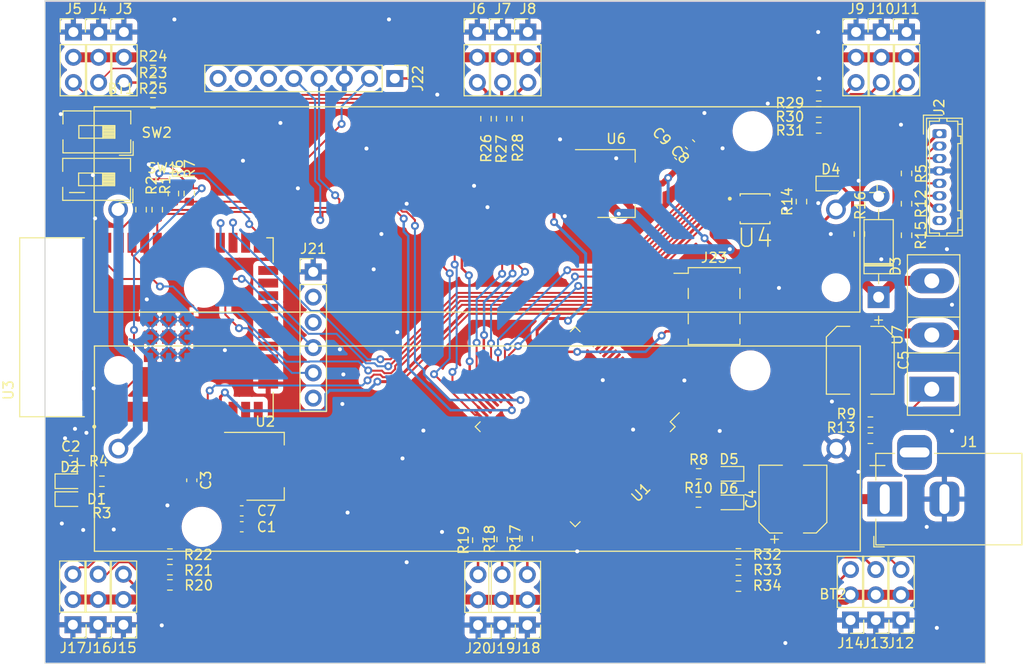
<source format=kicad_pcb>
(kicad_pcb (version 20221018) (generator pcbnew)
  (layers (0 "F.Cu" signal) (31 "B.Cu" signal) (34 "B.Paste" user) (35 "F.Paste" user) (36 "B.SilkS" user "B.Silkscreen") (37 "F.SilkS" user "F.Silkscreen") (38 "B.Mask" user) (39 "F.Mask" user) (44 "Edge.Cuts" user))
  (net 0 "")
  (net 1 "GND")
  (net 2 "Net-(D3-A)")
  (net 3 "Net-(D1-A)")
  (net 4 "Net-(D2-A)")
  (net 5 "Net-(D4-K)")
  (net 6 "PWM_0_0")
  (net 7 "5V")
  (net 8 "Net-(D4-A)")
  (net 10 "Net-(J3-Pin_3)")
  (net 11 "Net-(J4-Pin_3)")
  (net 12 "Net-(J5-Pin_3)")
  (net 13 "Net-(J6-Pin_3)")
  (net 14 "Net-(J7-Pin_3)")
  (net 15 "Net-(J8-Pin_3)")
  (net 16 "Net-(J9-Pin_3)")
  (net 17 "Net-(J10-Pin_3)")
  (net 18 "Net-(J11-Pin_3)")
  (net 19 "Net-(J12-Pin_3)")
  (net 20 "Net-(J13-Pin_3)")
  (net 21 "Net-(J14-Pin_3)")
  (net 22 "ESP_RX")
  (net 23 "ESP_TX")
  (net 24 "Net-(J15-Pin_3)")
  (net 25 "Net-(J16-Pin_3)")
  (net 26 "Net-(J17-Pin_3)")
  (net 27 "Net-(J18-Pin_3)")
  (net 28 "M_SCTR")
  (net 29 "3.3V")
  (net 30 "Net-(J19-Pin_3)")
  (net 31 "Net-(J20-Pin_3)")
  (net 32 "FTDI_CTS")
  (net 33 "FTDI_VCC")
  (net 34 "FTDI_TX")
  (net 35 "FTDI_RX")
  (net 36 "FTDI_RST")
  (net 37 "I2C_SDA")
  (net 38 "I2C_SCL")
  (net 39 "PWM_0_1")
  (net 40 "PWM_0_2")
  (net 41 "PWM_0_3")
  (net 42 "PWM_0_4")
  (net 43 "PWM_0_5")
  (net 44 "PWM_0_6")
  (net 45 "PWM_0_7")
  (net 46 "PWM_0_8")
  (net 47 "Net-(SW1-A)")
  (net 48 "Net-(SW2-A)")
  (net 49 "PWM_1_5")
  (net 50 "PWM_1_6")
  (net 51 "PWM_1_7")
  (net 52 "PWM_1_8")
  (net 53 "PWM_1_9")
  (net 54 "PWM_1_10")
  (net 55 "PWM_1_11")
  (net 56 "PWM_1_12")
  (net 57 "PWM_1_13")
  (net 58 "LED_1")
  (net 59 "LED_2")
  (net 60 "DEV_EN")
  (net 61 "M_EN")
  (net 62 "Net-(U7-ADJ)")
  (net 63 "9V")
  (net 64 "FSYNC")
  (net 65 "INTA")
  (net 66 "DRDY")
  (net 67 "Net-(U4-PROG)")
  (net 68 "Net-(BT1-PadN)")
  (net 70 "6V")
  (net 153 "Net-(D5-A)")
  (net 154 "Net-(D6-A)")
  (net 155 "MISO")
  (net 156 "SCK")
  (net 157 "MOSI")
  (net 158 "RST")
  (net 159 "LED_3")
  (net 160 "LED_4")
  (footprint "Capacitor_SMD:CP_Elec_6.3x3" (layer "F.Cu") (at 176.53 90.17 90)
    (fp_text reference "C4")
    (fp_text value "C_Polarized_US")
  )
  (footprint "Resistor_SMD:R_0603_1608Metric" (layer "F.Cu") (at 113.85 97.275)
    (fp_text reference "R21")
    (fp_text value "10K" hide)
  )
  (footprint "Capacitor_SMD:C_0603_1608Metric" (layer "F.Cu") (at 121.075 92.95)
    (fp_text reference "C1")
    (fp_text value "1 uf" hide)
  )
  (footprint "Resistor_SMD:R_0603_1608Metric" (layer "F.Cu") (at 187.96 60.452 -90)
    (fp_text reference "R12")
    (fp_text value "10K" hide)
  )
  (footprint "Resistor_SMD:R_0603_1608Metric" (layer "F.Cu") (at 171.05 97.325 180)
    (fp_text reference "R33")
    (fp_text value "10K" hide)
  )
  (footprint "Capacitor_SMD:C_0603_1608Metric" (layer "F.Cu") (at 116.05 88.275 -90)
    (fp_text reference "C3")
    (fp_text value "10 uf" hide)
  )
  (footprint "Connector_PinHeader_2.54mm:PinHeader_1x03_P2.54mm_Vertical" (layer "F.Cu") (at 109.17 102.81 180)
    (fp_text reference "J15")
    (fp_text value "Conn_01x03_Female" hide)
  )
  (footprint "Resistor_SMD:R_0603_1608Metric" (layer "F.Cu") (at 112.575 61.05 90)
    (fp_text reference "R1")
    (fp_text value "4.7K" hide)
  )
  (footprint "Connector_PinHeader_2.54mm:PinHeader_1x03_P2.54mm_Vertical" (layer "F.Cu") (at 184.862457 102.337314 180)
    (fp_text reference "J13")
    (fp_text value "Conn_01x03_Female")
  )
  (footprint "Package_TO_SOT_SMD:SOT-223-3_TabPin2" (layer "F.Cu") (at 158.75 58.42)
    (fp_text reference "U6")
    (fp_text value "LM317-5_SOT-223" hide)
  )
  (footprint "Resistor_SMD:R_0603_1608Metric" (layer "F.Cu") (at 107.005805 88.372134 180)
    (fp_text reference "R4")
    (fp_text value "1K")
  )
  (footprint "Connector_PinHeader_2.54mm:PinHeader_1x03_P2.54mm_Vertical" (layer "F.Cu") (at 147.27 102.84 180)
    (fp_text reference "J19")
    (fp_text value "Conn_01x03_Female" hide)
  )
  (footprint "Resistor_SMD:R_0603_1608Metric" (layer "F.Cu") (at 184.325 82.425)
    (fp_text reference "R9")
    (fp_text value "240" hide)
  )
  (footprint "Capacitor_SMD:C_0603_1608Metric" (layer "F.Cu") (at 103.875 86.3 180)
    (fp_text reference "C2")
    (fp_text value "1uf" hide)
  )
  (footprint "Connector_PinHeader_2.54mm:PinHeader_1x03_P2.54mm_Vertical" (layer "F.Cu") (at 182.322457 102.337314 180)
    (fp_text reference "J14")
    (fp_text value "Conn_01x03_Female")
  )
  (footprint "Package_QFP:TQFP-100_14x14mm_P0.5mm" (layer "F.Cu") (at 154.625439 82.885973 -135)
    (fp_text reference "U1")
    (fp_text value "ATmega2560-16A")
  )
  (footprint "Diode_THT:D_DO-41_SOD81_P10.16mm_Horizontal" (layer "F.Cu") (at 185.1525 69.85 90)
    (fp_text reference "D3")
    (fp_text value "1N4003" hide)
  )
  (footprint "18650:BAT_1043" (layer "F.Cu") (at 144.78 85.09 180)
    (fp_text reference "BT2")
    (fp_text value "1043")
  )
  (footprint "Connector_PinHeader_2.54mm:PinHeader_1x06_P2.54mm_Vertical" (layer "F.Cu") (at 128.27 67.31)
    (fp_text reference "J21")
    (fp_text value "Conn_01x06_Male")
  )
  (footprint "ESP32:MODULE_ESP32-WROOM-32" (layer "F.Cu") (at 111.48843 72.880436 90)
    (fp_text reference "U3")
    (fp_text value "ESP32-WROOM-32")
  )
  (footprint "Resistor_SMD:R_0603_1608Metric" (layer "F.Cu") (at 187.96 57.404 90)
    (fp_text reference "R5")
    (fp_text value "10K" hide)
  )
  (footprint "Connector_PinHeader_2.54mm:PinHeader_1x03_P2.54mm_Vertical" (layer "F.Cu") (at 149.86 43.18)
    (fp_text reference "J8")
    (fp_text value "Conn_01x03_Female" hide)
  )
  (footprint "Resistor_SMD:R_0603_1608Metric" (layer "F.Cu") (at 110.95 61.05 90)
    (fp_text reference "R2")
    (fp_text value "4.7K" hide)
  )
  (footprint "Resistor_SMD:R_0603_1608Metric" (layer "F.Cu") (at 147.275 94.225 90)
    (fp_text reference "R18")
    (fp_text value "10K" hide)
  )
  (footprint "Resistor_SMD:R_0603_1608Metric" (layer "F.Cu") (at 148.775 51.9 -90)
    (fp_text reference "R28")
    (fp_text value "10K" hide)
  )
  (footprint "Resistor_SMD:R_0603_1608Metric" (layer "F.Cu") (at 149.8 94.15 90)
    (fp_text reference "R17")
    (fp_text value "10K" hide)
  )
  (footprint "Resistor_SMD:R_0603_1608Metric" (layer "F.Cu") (at 171.05 98.925 180)
    (fp_text reference "R34")
    (fp_text value "10K" hide)
  )
  (footprint "Connector_PinHeader_2.54mm:PinHeader_1x03_P2.54mm_Vertical" (layer "F.Cu") (at 149.81 102.84 180)
    (fp_text reference "J18")
    (fp_text value "Conn_01x03_Female" hide)
  )
  (footprint "Resistor_SMD:R_0603_1608Metric" (layer "F.Cu") (at 114.2 59.425 -90)
    (fp_text reference "R6")
    (fp_text value "10K" hide)
  )
  (footprint "LED_SMD:LED_0603_1608Metric" (layer "F.Cu") (at 170.1 87.625 180)
    (fp_text reference "D5")
    (fp_text value "LED")
  )
  (footprint "Capacitor_SMD:CP_Elec_6.3x3" (layer "F.Cu") (at 183.305 76.2 -90)
    (fp_text reference "C5")
    (fp_text value "C_Polarized_US" hide)
  )
  (footprint "Resistor_SMD:R_0603_1608Metric" (layer "F.Cu") (at 167.025 90.475)
    (fp_text reference "R10")
    (fp_text value "1K")
  )
  (footprint "Connector_PinHeader_2.54mm:PinHeader_1x03_P2.54mm_Vertical" (layer "F.Cu") (at 147.32 43.18)
    (fp_text reference "J7")
    (fp_text value "Conn_01x03_Female" hide)
  )
  (footprint "Resistor_SMD:R_0603_1608Metric" (layer "F.Cu") (at 147.225 51.9 -90)
    (fp_text reference "R27")
    (fp_text value "10K" hide)
  )
  (footprint "Connector_BarrelJack:BarrelJack_Horizontal" (layer "F.Cu") (at 185.77 90.17 180)
    (fp_text reference "J1")
    (fp_text value "Jack-DC")
  )
  (footprint "Connector_PinHeader_2.54mm:PinHeader_1x03_P2.54mm_Vertical" (layer "F.Cu") (at 106.68 43.18)
    (fp_text reference "J4")
    (fp_text value "Conn_01x03_Female" hide)
  )
  (footprint "Connector_PinHeader_2.54mm:PinHeader_1x03_P2.54mm_Vertical" (layer "F.Cu") (at 185.42 43.18)
    (fp_text reference "J10")
    (fp_text value "Conn_01x03_Female" hide)
  )
  (footprint "Resistor_SMD:R_0603_1608Metric" (layer "F.Cu") (at 187.963837 63.623525 -90)
    (fp_text reference "R15")
    (fp_text value "10K" hide)
  )
  (footprint "MCP73213:SON50P300X300X100-11N" (layer "F.Cu") (at 172.72 60.96)
    (fp_text reference "U4")
    (fp_text value "MCP73213-A6SI/MF" hide)
  )
  (footprint "Resistor_SMD:R_0603_1608Metric" (layer "F.Cu") (at 167.05 87.625)
    (fp_text reference "R8")
    (fp_text value "1K")
  )
  (footprint "Connector_Hirose:Hirose_DF13-08P-1.25DSA_1x08_P1.25mm_Vertical" (layer "F.Cu") (at 191.27 53.4 -90)
    (fp_text reference "J2")
    (fp_text value "YLIDAR X4" hide)
  )
  (footprint "Connector_PinHeader_2.54mm:PinHeader_1x03_P2.54mm_Vertical" (layer "F.Cu") (at 104.09 102.81 180)
    (fp_text reference "J17")
    (fp_text value "Conn_01x03_Female" hide)
  )
  (footprint "Resistor_SMD:R_0603_1608Metric" (layer "F.Cu") (at 179.125 49.6 180)
    (fp_text reference "R29")
    (fp_text value "10K" hide)
  )
  (footprint "Resistor_SMD:R_0603_1608Metric" (layer "F.Cu") (at 112.15 50.3)
    (fp_text reference "R25")
    (fp_text value "10K" hide)
  )
  (footprint "Connector_PinHeader_2.54mm:PinHeader_2x03_P2.54mm_Vertical_SMD" (layer "F.Cu") (at 168.6 70.75)
    (fp_text reference "J23")
    (fp_text value "AVR-ISP-6")
  )
  (footprint "Connector_PinHeader_2.54mm:PinHeader_1x03_P2.54mm_Vertical" (layer "F.Cu") (at 104.14 43.18)
    (fp_text reference "J5")
    (fp_text value "Conn_01x03_Female" hide)
  )
  (footprint "Connector_PinHeader_2.54mm:PinHeader_1x03_P2.54mm_Vertical" (layer "F.Cu") (at 109.22 43.18)
    (fp_text reference "J3")
    (fp_text value "Conn_01x03_Female" hide)
  )
  (footprint "Resistor_SMD:R_0603_1608Metric" (layer "F.Cu") (at 113.85 98.8)
    (fp_text reference "R20")
    (fp_text value "10K" hide)
  )
  (footprint "Connector_PinHeader_2.54mm:PinHeader_1x03_P2.54mm_Vertical" (layer "F.Cu") (at 106.63 102.81 180)
    (fp_text reference "J16")
    (fp_text value "Conn_01x03_Female" hide)
  )
  (footprint "Resistor_SMD:R_0603_1608Metric" (layer "F.Cu") (at 115.8 59.425 -90)
    (fp_text reference "R7")
    (fp_text value "10K" hide)
  )
  (footprint "Resistor_SMD:R_0603_1608Metric" (layer "F.Cu") (at 184.325 84.05)
    (fp_text reference "R13")
    (fp_text value "240" hide)
  )
  (footprint "Package_TO_SOT_SMD:SOT-223-3_TabPin2" (layer "F.Cu") (at 123.444 86.868)
    (fp_text reference "U2")
    (fp_text value "LM317-3.3_SOT-223" hide)
  )
  (footprint "Button_Switch_SMD:SW_DIP_SPSTx01_Slide_6.7x4.1mm_W6.73mm_P2.54mm_LowProfile_JPin" (layer "F.Cu") (at 106.475 58 180)
    (fp_text reference "SW1")
    (fp_text value "ESP_PROG" hide)
  )
  (footprint "Connector_PinHeader_2.54mm:PinHeader_1x03_P2.54mm_Vertical" (layer "F.Cu") (at 144.78 43.18)
    (fp_text reference "J6")
    (fp_text value "Conn_01x03_Female" hide)
  )
  (footprint "Button_Switch_SMD:SW_DIP_SPSTx01_Slide_6.7x4.1mm_W6.73mm_P2.54mm_LowProfile_JPin" (layer "F.Cu") (at 106.5 53.225 180)
    (fp_text reference "SW2")
    (fp_text value "ESP_RST" hide)
  )
  (footprint "Connector_PinHeader_2.54mm:PinHeader_1x03_P2.54mm_Vertical" (layer "F.Cu") (at 187.96 43.18)
    (fp_text reference "J11")
    (fp_text value "Conn_01x03_Female" hide)
  )
  (footprint "Resistor_SMD:R_0603_1608Metric" (layer "F.Cu") (at 179.125 51.225 180)
    (fp_text reference "R30")
    (fp_text value "10K" hide)
  )
  (footprint "Resistor_SMD:R_0603_1608Metric" (layer "F.Cu") (at 112.15 48.725)
    (fp_text reference "R23")
    (fp_text value "10K" hide)
  )
  (footprint "Resistor_SMD:R_0603_1608Metric" (layer "F.Cu") (at 112.15 47.05)
    (fp_text reference "R24")
    (fp_text value "10K" hide)
  )
  (footprint "LED_SMD:LED_0603_1608Metric" (layer "F.Cu") (at 103.78 88.372134)
    (fp_text reference "D2")
    (fp_text value "LED")
  )
  (footprint "Resistor_SMD:R_0603_1608Metric" (layer "F.Cu") (at 113.85 95.7)
    (fp_text reference "R22")
    (fp_text value "10K" hide)
  )
  (footprint "Package_TO_SOT_THT:TO-247-3_Vertical" (layer "F.Cu") (at 190.5 79.11 90)
    (fp_text reference "U7")
    (fp_text value "LT1085-ADJ" hide)
  )
  (footprint "Connector_PinHeader_2.54mm:PinHeader_1x03_P2.54mm_Vertical" (layer "F.Cu") (at 187.402457 102.337314 180)
    (fp_text reference "J12")
    (fp_text value "Conn_01x03_Female")
  )
  (footprint "LED_SMD:LED_0603_1608Metric" (layer "F.Cu") (at 180.34 58.42)
    (fp_text reference "D4")
    (fp_text value "LED")
  )
  (footprint "Capacitor_SMD:C_0603_1608Metric" (layer "F.Cu") (at 165.09 55.55 135)
    (fp_text reference "C9")
    (fp_text value "10 uf" hide)
  )
  (footprint "Capacitor_SMD:C_0603_1608Metric" (layer "F.Cu") (at 121.075 91.35)
    (fp_text reference "C7")
    (fp_text value "1 uf" hide)
  )
  (footprint "Resistor_SMD:R_0603_1608Metric" (layer "F.Cu") (at 145.65 51.9 -90)
    (fp_text reference "R26")
    (fp_text value "10K" hide)
  )
  (footprint "LED_SMD:LED_0603_1608Metric" (layer "F.Cu") (at 170.1 90.5 180)
    (fp_text reference "D6")
    (fp_text value "LED")
  )
  (footprint "Capacitor_SMD:C_0603_1608Metric" (layer "F.Cu") (at 166.175 54.475 135)
    (fp_text reference "C8")
    (fp_text value "1uf" hide)
  )
  (footprint "Resistor_SMD:R_0603_1608Metric" (layer "F.Cu") (at 177.3875 60.236 90)
    (fp_text reference "R14")
    (fp_text value "2K")
  )
  (footprint "Connector_PinHeader_2.54mm:PinHeader_1x03_P2.54mm_Vertical" (layer "F.Cu") (at 182.88 43.18)
    (fp_text reference "J9")
    (fp_text value "Conn_01x03_Female" hide)
  )
  (footprint "Connector_PinHeader_2.54mm:PinHeader_1x03_P2.54mm_Vertical" (layer "F.Cu") (at 144.85 102.84 180)
    (fp_text reference "J20")
    (fp_text value "Conn_01x03_Female" hide)
  )
  (footprint "Connector_PinHeader_2.54mm:PinHeader_1x08_P2.54mm_Vertical" (layer "F.Cu") (at 136.475 47.85 -90)
    (fp_text reference "J22")
    (fp_text value "GY-87")
  )
  (footprint "Resistor_SMD:R_0603_1608Metric" (layer "F.Cu") (at 144.825 94.3 90)
    (fp_text reference "R19")
    (fp_text value "10K" hide)
  )
  (footprint "Resistor_SMD:R_0603_1608Metric" (layer "F.Cu") (at 179.125 52.825 180)
    (fp_text reference "R31")
    (fp_text value "10K" hide)
  )
  (footprint "Resistor_SMD:R_0603_1608Metric" (layer "F.Cu") (at 106.995903 90.147956 180)
    (fp_text reference "R3")
    (fp_text value "1K")
  )
  (footprint "LED_SMD:LED_0603_1608Metric" (layer "F.Cu") (at 103.78 90.17)
    (fp_text reference "D1")
    (fp_text value "LED")
  )
  (footprint "Resistor_SMD:R_0603_1608Metric" (layer "F.Cu") (at 183.214758 63.5 -90)
    (fp_text reference "R16")
    (fp_text value "1K" hide)
  )
  (footprint "Resistor_SMD:R_0603_1608Metric" (layer "F.Cu") (at 171.05 95.675 180)
    (fp_text reference "R32")
    (fp_text value "10K" hide)
  )
  (footprint "18650:BAT_1043" (layer "F.Cu") (at 144.75 61.025)
    (fp_text reference "BT1")
    (fp_text value "1043")
  )
  (gr_rect (start 101.2825 40.005) (end 195.8975 106.68) (stroke (width 0.1)) (fill none) (layer "Edge.Cuts"))
  (segment (start 151.328554 75.346447) (end 152.4 76.417894) (width 0.3) (layer "F.Cu") (net 1))
  (segment (start 174.155 60.96) (end 175.768 60.96) (width 0.3) (layer "F.Cu") (net 1))
  (segment (start 144.82 102.81) (end 144.85 102.84) (width 1) (layer "F.Cu") (net 1))
  (segment (start 174.244 60.96) (end 174.155 60.871) (width 0.3) (layer "F.Cu") (net 1))
  (segment (start 158.689719 91.9) (end 159.675 91.9) (width 0.3) (layer "F.Cu") (net 1))
  (segment (start 144.715 43.115) (end 144.78 43.18) (width 1) (layer "F.Cu") (net 1))
  (segment (start 151.328554 75.346447) (end 150.075 74.092893) (width 0.3) (layer "F.Cu") (net 1))
  (segment (start 160.750751 78.174874) (end 162.375 76.550625) (width 0.3) (layer "F.Cu") (net 1))
  (segment (start 147.454305 89.35) (end 147.4 89.35) (width 0.3) (layer "F.Cu") (net 1))
  (segment (start 166.175 85.75) (end 166.525 86.1) (width 0.3) (layer "F.Cu") (net 1))
  (segment (start 150.075 74.092893) (end 150.075 73.55) (width 0.3) (layer "F.Cu") (net 1))
  (segment (start 109.22 43.18) (end 109.285 43.115) (width 1) (layer "F.Cu") (net 1))
  (segment (start 152.4 76.417894) (end 152.4 77.6) (width 0.3) (layer "F.Cu") (net 1))
  (segment (start 157.568771 90.779052) (end 158.689719 91.9) (width 0.3) (layer "F.Cu") (net 1))
  (segment (start 174.155 60.46) (end 174.155 60.871) (width 0.3) (layer "F.Cu") (net 1))
  (segment (start 165.267641 85.75) (end 166.175 85.75) (width 0.3) (layer "F.Cu") (net 1))
  (segment (start 163.932732 84.415091) (end 165.267641 85.75) (width 0.3) (layer "F.Cu") (net 1))
  (segment (start 162.375 76.550625) (end 162.375 76.45) (width 0.3) (layer "F.Cu") (net 1))
  (segment (start 148.85368 87.950625) (end 147.454305 89.35) (width 0.3) (layer "F.Cu") (net 1))
  (via (at 137.25 86.075) (size 0.8) (drill 0.4) (layers "F.Cu" "B.Cu") (net 1))
  (via (at 183.125 87.425) (size 0.8) (drill 0.4) (layers "F.Cu" "B.Cu") (net 1))
  (via (at 160.45 83.175) (size 0.8) (drill 0.4) (layers "F.Cu" "B.Cu") (net 1))
  (via (at 126.725 58.9) (size 0.8) (drill 0.4) (layers "F.Cu" "B.Cu") (net 1))
  (via (at 158.75 55.88) (size 0.8) (drill 0.4) (layers "F.Cu" "B.Cu") (net 1))
  (via (at 102.87 51.435) (size 0.8) (drill 0.4) (layers "F.Cu" "B.Cu") (net 1))
  (via (at 154.825 95.425) (size 0.8) (drill 0.4) (layers "F.Cu" "B.Cu") (net 1))
  (via (at 114.3 41.91) (size 0.8) (drill 0.4) (layers "F.Cu" "B.Cu") (net 1))
  (via (at 121.2 56.125) (size 0.8) (drill 0.4) (layers "F.Cu" "B.Cu") (net 1))
  (via (at 137.668 60.452) (size 0.8) (drill 0.4) (layers "F.Cu" "B.Cu") (net 1))
  (via (at 169.45 54.875) (size 0.8) (drill 0.4) (layers "F.Cu" "B.Cu") (net 1))
  (via (at 105.45 83.5) (size 0.8) (drill 0.4) (layers "F.Cu" "B.Cu") (net 1))
  (via (at 153.575 61.7) (size 0.8) (drill 0.4) (layers "F.Cu" "B.Cu") (net 1))
  (via (at 134.35 67.05) (size 0.8) (drill 0.4) (layers "F.Cu" "B.Cu") (net 1))
  (via (at 140.75 49.475) (size 0.8) (drill 0.4) (layers "F.Cu" "B.Cu") (net 1))
  (via (at 131.3 77.625) (size 0.8) (drill 0.4) (layers "F.Cu" "B.Cu") (net 1))
  (via (at 106.325 61.925) (size 0.8) (drill 0.4) (layers "F.Cu" "B.Cu") (net 1))
  (via (at 187.4 52.5) (size 0.8) (drill 0.4) (layers "F.Cu" "B.Cu") (net 1))
  (via (at 174 50.375) (size 0.8) (drill 0.4) (layers "F.Cu" "B.Cu") (net 1))
  (via (at 145.8 60.8) (size 0.8) (drill 0.4) (layers "F.Cu" "B.Cu") (net 1))
  (via (at 179.175 47.85) (size 0.8) (drill 0.4) (layers "F.Cu" "B.Cu") (net 1))
  (via (at 191.008 103.124) (size 0.8) (drill 0.4) (layers "F.Cu" "B.Cu") (net 1))
  (via (at 106.175 79.025) (size 0.8) (drill 0.4) (layers "F.Cu" "B.Cu") (net 1))
  (via (at 108.2 93.225) (size 0.8) (drill 0.4) (layers "F.Cu" "B.Cu") (net 1))
  (via (at 111.525 70.075) (size 0.8) (drill 0.4) (layers "F.Cu" "B.Cu") (net 1))
  (via (at 153.1 53.975) (size 0.8) (drill 0.4) (layers "F.Cu" "B.Cu") (net 1))
  (via (at 104.3 83.1) (size 0.8) (drill 0.4) (layers "F.Cu" "B.Cu") (net 1))
  (via (at 183.148577 58.137022) (size 0.8) (drill 0.4) (layers "F.Cu" "B.Cu") (net 1))
  (via (at 167.625 51.325) (size 0.8) (drill 0.4) (layers "F.Cu" "B.Cu") (net 1))
  (via (at 131.2 80.6) (size 0.8) (drill 0.4) (layers "F.Cu" "B.Cu") (net 1))
  (via (at 113.03 102.87) (size 0.8) (drill 0.4) (layers "F.Cu" "B.Cu") (net 1))
  (via (at 179.07792 60.389154) (size 0.8) (drill 0.4) (layers "F.Cu" "B.Cu") (net 1))
  (via (at 130.95 75.1) (size 0.8) (drill 0.4) (layers "F.Cu" "B.Cu") (net 1))
  (via (at 169.164 83.312) (size 0.8) (drill 0.4) (layers "F.Cu" "B.Cu") (net 1))
  (via (at 180.34 63.5) (size 0.8) (drill 0.4) (layers "F.Cu" "B.Cu") (net 1))
  (via (at 106.1 57.575) (size 0.8) (drill 0.4) (layers "F.Cu" "B.Cu") (net 1))
  (via (at 192.532 83.312) (size 0.8) (drill 0.4) (layers "F.Cu" "B.Cu") (net 1))
  (via (at 165.608 78.232) (size 0.8) (drill 0.4) (layers "F.Cu" "B.Cu") (net 1))
  (via (at 175.768 104.648) (size 0.8) (drill 0.4) (layers "F.Cu" "B.Cu") (net 1))
  (via (at 175.768 60.96) (size 0.8) (drill 0.4) (layers "F.Cu" "B.Cu") (net 1))
  (via (at 141.224 93.472) (size 0.8) (drill 0.4) (layers "F.Cu" "B.Cu") (net 1))
  (via (at 139.35 83.275) (size 0.8) (drill 0.4) (layers "F.Cu" "B.Cu") (net 1))
  (via (at 135.89 41.91) (size 0.8) (drill 0.4) (layers "F.Cu" "B.Cu") (net 1))
  (via (at 124.968 52.324) (size 0.8) (drill 0.4) (layers "F.Cu" "B.Cu") (net 1))
  (via (at 157.4 78.2) (size 0.8) (drill 0.4) (layers "F.Cu" "B.Cu") (net 1))
  (via (at 144.45 58.65) (size 0.8) (drill 0.4) (layers "F.Cu" "B.Cu") (net 1))
  (via (at 133.625 54.9) (size 0.8) (drill 0.4) (layers "F.Cu" "B.Cu") (net 1))
  (via (at 131.725 91.525) (size 0.8) (drill 0.4) (layers "F.Cu" "B.Cu") (net 1))
  (via (at 175.125 68.925) (size 0.8) (drill 0.4) (layers "F.Cu" "B.Cu") (net 1))
  (via (at 103.3 84.05) (size 0.8) (drill 0.4) (layers "F.Cu" "B.Cu") (net 1))
  (via (at 102.975 92.625) (size 0.8) (drill 0.4) (layers "F.Cu" "B.Cu") (net 1))
  (via (at 185.42 66.04) (size 0.8) (drill 0.4) (layers "F.Cu" "B.Cu") (net 1))
  (via (at 136.725 73.375) (size 0.8) (drill 0.4) (layers "F.Cu" "B.Cu") (net 1))
  (via (at 189.992 92.964) (size 0.8) (drill 0.4) (layers "F.Cu" "B.Cu") (net 1))
  (via (at 105.125 93.275) (size 0.8) (drill 0.4) (layers "F.Cu" "B.Cu") (net 1))
  (via (at 119.38 75.184) (size 0.8) (drill 0.4) (layers "F.Cu" "B.Cu") (net 1))
  (via (at 180.45 80.35) (size 0.8) (drill 0.4) (layers "F.Cu" "B.Cu") (net 1))
  (via (at 192.532 70.612) (size 0.8) (drill 0.4) (layers "F.Cu" "B.Cu") (net 1))
  (via (at 113.6 90.8) (size 0.8) (drill 0.4) (layers "F.Cu" "B.Cu") (net 1))
  (via (at 137.668 96.52) (size 0.8) (drill 0.4) (layers "F.Cu" "B.Cu") (net 1))
  (via (at 192.024 65.024) (size 0.8) (drill 0.4) (layers "F.Cu" "B.Cu") (net 1))
  (via (at 179.07 43.18) (size 0.8) (drill 0.4) (layers "F.Cu" "B.Cu") (net 1))
  (via (at 111.725 56.5) (size 0.8) (drill 0.4) (layers "F.Cu" "B.Cu") (net 1))
  (via (at 135.128 63.5) (size 0.8) (drill 0.4) (layers "F.Cu" "B.Cu") (net 1))
  (segment (start 170.688 62.992) (end 178.858 62.992) (width 0.3) (layer "F.Cu") (net 2))
  (segment (start 171.285 61.46) (end 170.188 61.46) (width 0.3) (layer "F.Cu") (net 2))
  (segment (start 178.858 62.992) (end 180.89 60.96) (width 0.3) (layer "F.Cu") (net 2))
  (segment (start 170.188 61.46) (end 170.18 61.468) (width 0.3) (layer "F.Cu") (net 2))
  (segment (start 170.18 62.484) (end 170.688 62.992) (width 0.3) (layer "F.Cu") (net 2))
  (segment (start 170.18 61.468) (end 170.18 62.484) (width 0.3) (layer "F.Cu") (net 2))
  (segment (start 171.285 60.96) (end 171.285 61.46) (width 0.3) (layer "F.Cu") (net 2))
  (segment (start 182.16 59.69) (end 180.89 60.96) (width 1) (layer "B.Cu") (net 2))
  (segment (start 185.1525 59.69) (end 182.16 59.69) (width 1) (layer "B.Cu") (net 2))
  (segment (start 106.148859 90.17) (end 106.170903 90.147956) (width 0.2) (layer "F.Cu") (net 3))
  (segment (start 104.5675 90.17) (end 106.148859 90.17) (width 0.2) (layer "F.Cu") (net 3))
  (segment (start 106.180805 88.372134) (end 104.5675 88.372134) (width 0.2) (layer "F.Cu") (net 4))
  (segment (start 176.518 60.96) (end 176.518 61.270661) (width 0.3) (layer "F.Cu") (net 5))
  (segment (start 176.53 60.461) (end 176.53 60.96) (width 0.3) (layer "F.Cu") (net 5))
  (segment (start 175.207339 61.46) (end 174.155 61.46) (width 0.3) (layer "F.Cu") (net 5))
  (segment (start 179.5525 58.498817) (end 177.890317 60.161) (width 0.3) (layer "F.Cu") (net 5))
  (segment (start 176.078661 61.71) (end 175.457339 61.71) (width 0.3) (layer "F.Cu") (net 5))
  (segment (start 176.83 60.161) (end 176.53 60.461) (width 0.3) (layer "F.Cu") (net 5))
  (segment (start 179.5525 58.42) (end 179.5525 58.498817) (width 0.3) (layer "F.Cu") (net 5))
  (segment (start 176.518 61.270661) (end 176.078661 61.71) (width 0.3) (layer "F.Cu") (net 5))
  (segment (start 177.890317 60.161) (end 176.83 60.161) (width 0.3) (layer "F.Cu") (net 5))
  (segment (start 175.457339 61.71) (end 175.207339 61.46) (width 0.3) (layer "F.Cu") (net 5))
  (segment (start 176.53 60.96) (end 176.518 60.96) (width 0.3) (layer "F.Cu") (net 5))
  (segment (start 141.579135 54.3725) (end 142.5005 55.293865) (width 0.2) (layer "F.Cu") (net 6))
  (segment (start 142.5005 55.293865) (end 142.5005 66.566015) (width 0.2) (layer "F.Cu") (net 6))
  (segment (start 135.525 49.9) (end 115.319544 49.9) (width 0.2) (layer "F.Cu") (net 6))
  (segment (start 142.275 78.313709) (end 145.318146 81.356855) (width 0.2) (layer "F.Cu") (net 6))
  (segment (start 142.275 77.375) (end 142.275 78.313709) (width 0.2) (layer "F.Cu") (net 6))
  (segment (start 139.9975 54.3725) (end 135.525 49.9) (width 0.2) (layer "F.Cu") (net 6))
  (segment (start 141.579135 54.3725) (end 139.9975 54.3725) (width 0.2) (layer "F.Cu") (net 6))
  (segment (start 112.975 48.725) (end 114.144544 48.725) (width 0.25) (layer "F.Cu") (net 6))
  (segment (start 115.319544 49.9) (end 114.144544 48.725) (width 0.2) (layer "F.Cu") (net 6))
  (via (at 142.275 77.375) (size 0.8) (drill 0.4) (layers "F.Cu" "B.Cu") (net 6))
  (via (at 142.5005 66.566015) (size 0.8) (drill 0.4) (layers "F.Cu" "B.Cu") (net 6))
  (segment (start 142.7 76.95) (end 142.275 77.375) (width 0.2) (layer "B.Cu") (net 6))
  (segment (start 142.5005 66.566015) (end 142.7 66.765515) (width 0.2) (layer "B.Cu") (net 6))
  (segment (start 142.7 66.765515) (end 142.7 76.95) (width 0.2) (layer "B.Cu") (net 6))
  (segment (start 173.071016 48.675) (end 171.743809 50.002207) (width 0.3) (layer "F.Cu") (net 7))
  (segment (start 158.141366 81.491366) (end 152.878806 86.753927) (width 0.3) (layer "F.Cu") (net 7))
  (segment (start 164.286285 84.061538) (end 160.003613 79.778866) (width 0.3) (layer "F.Cu") (net 7))
  (segment (start 161.104305 78.528427) (end 159.853866 79.778866) (width 0.3) (layer "F.Cu") (net 7))
  (segment (start 163.405 58.42) (end 161.9 58.42) (width 0.6) (layer "F.Cu") (net 7))
  (segment (start 179.05 53.825) (end 179.05 49.075) (width 0.3) (layer "F.Cu") (net 7))
  (segment (start 165.638008 56.098008) (end 165.648008 56.098008) (width 0.6) (layer "F.Cu") (net 7))
  (segment (start 171.125 68.21) (end 171.125 67.407255) (width 0.3) (layer "F.Cu") (net 7))
  (segment (start 152.878806 86.753927) (end 152.878806 86.796194) (width 0.3) (layer "F.Cu") (net 7))
  (segment (start 171.125 67.407255) (end 167.642245 63.9245) (width 0.3) (layer "F.Cu") (net 7))
  (segment (start 165.071128 56.6625) (end 165.1625 56.6625) (width 0.25) (layer "F.Cu") (net 7))
  (segment (start 160.258628 51.85) (end 165.071128 56.6625) (width 0.25) (layer "F.Cu") (net 7))
  (segment (start 179.05 49.075) (end 178.65 48.675) (width 0.3) (layer "F.Cu") (net 7))
  (segment (start 165.638008 56.186992) (end 165.638008 56.098008) (width 0.6) (layer "F.Cu") (net 7))
  (segment (start 189.763629 54.775) (end 180 54.775) (width 0.3) (layer "F.Cu") (net 7))
  (segment (start 152.5 59.7) (end 153.78 58.42) (width 0.3) (layer "F.Cu") (net 7))
  (segment (start 165.1625 56.6625) (end 165.638008 56.186992) (width 0.6) (layer "F.Cu") (net 7))
  (segment (start 151.7 72.3) (end 151.7 72) (width 0.3) (layer "F.Cu") (net 7))
  (segment (start 151.682107 74.992894) (end 150.8 74.110786) (width 0.3) (layer "F.Cu") (net 7))
  (segment (start 191.27 53.4) (end 191.138629 53.4) (width 0.3) (layer "F.Cu") (net 7))
  (segment (start 178.65 48.675) (end 173.071016 48.675) (width 0.3) (layer "F.Cu") (net 7))
  (segment (start 159.853866 79.778866) (end 158.141366 81.491366) (width 0.3) (layer "F.Cu") (net 7))
  (segment (start 152.878806 86.796194) (end 152.482612 86.4) (width 0.3) (layer "F.Cu") (net 7))
  (segment (start 165.648008 56.098008) (end 166.723008 55.023008) (width 0.6) (layer "F.Cu") (net 7))
  (segment (start 153.6755 72) (end 153.9 72.2245) (width 0.3) (layer "F.Cu") (net 7))
  (segment (start 144.150305 51.85) (end 160.258628 51.85) (width 0.25) (layer "F.Cu") (net 7))
  (segment (start 157.215218 91.132606) (end 152.878806 86.796194) (width 0.3) (layer "F.Cu") (net 7))
  (segment (start 150.8 74.110786) (end 150.8 73.2) (width 0.3) (layer "F.Cu") (net 7))
  (segment (start 151.682107 74.992894) (end 158.141366 81.452153) (width 0.3) (layer "F.Cu") (net 7))
  (segment (start 160.003613 79.778866) (end 159.853866 79.778866) (width 0.3) (layer "F.Cu") (net 7))
  (segment (start 166.723008 55.023008) (end 171.743809 50.002207) (width 0.6) (layer "F.Cu") (net 7))
  (segment (start 152.5 62.3) (end 152.5 59.7) (width 0.3) (layer "F.Cu") (net 7))
  (segment (start 140.150305 47.85) (end 144.150305 51.85) (width 0.25) (layer "F.Cu") (net 7))
  (segment (start 163.405 58.42) (end 163.975 57.85) (width 0.6) (layer "F.Cu") (net 7))
  (segment (start 191.138629 53.4) (end 189.763629 54.775) (width 0.3) (layer "F.Cu") (net 7))
  (segment (start 158.141366 81.452153) (end 158.141366 81.491366) (width 0.3) (layer "F.Cu") (net 7))
  (segment (start 136.475 47.85) (end 140.150305 47.85) (width 0.25) (layer "F.Cu") (net 7))
  (segment (start 149.697199 86.4) (end 148.500127 87.597072) (width 0.3) (layer "F.Cu") (net 7))
  (segment (start 150.8 73.2) (end 151.7 72.3) (width 0.3) (layer "F.Cu") (net 7))
  (segment (start 155.6 58.42) (end 161.9 58.42) (width 0.6) (layer "F.Cu") (net 7))
  (segment (start 163.975 57.85) (end 165.1625 56.6625) (width 0.6) (layer "F.Cu") (net 7))
  (segment (start 153.78 58.42) (end 155.6 58.42) (width 0.3) (layer "F.Cu") (net 7))
  (segment (start 180 54.775) (end 179.05 53.825) (width 0.3) (layer "F.Cu") (net 7))
  (segment (start 151.7 72) (end 153.6755 72) (width 0.3) (layer "F.Cu") (net 7))
  (segment (start 152.482612 86.4) (end 149.697199 86.4) (width 0.3) (layer "F.Cu") (net 7))
  (via (at 163.975 57.85) (size 0.8) (drill 0.4) (layers "F.Cu" "B.Cu") (net 7))
  (via (at 152.5 62.3) (size 0.8) (drill 0.4) (layers "F.Cu" "B.Cu") (net 7))
  (via (at 167.642245 63.9245) (size 0.8) (drill 0.4) (layers "F.Cu" "B.Cu") (net 7))
  (via (at 153.9 72.2245) (size 0.8) (drill 0.4) (layers "F.Cu" "B.Cu") (net 7))
  (segment (start 153.9 72.2245) (end 155.675 70.4495) (width 0.3) (layer "B.Cu") (net 7))
  (segment (start 155.675 70.4495) (end 155.675 65.475) (width 0.3) (layer "B.Cu") (net 7))
  (segment (start 167.642245 63.9245) (end 163.975 60.257255) (width 0.3) (layer "B.Cu") (net 7))
  (segment (start 163.975 60.257255) (end 163.975 57.85) (width 0.3) (layer "B.Cu") (net 7))
  (segment (start 155.675 65.475) (end 152.5 62.3) (width 0.3) (layer "B.Cu") (net 7))
  (segment (start 182.525 61.985242) (end 182.525 59.8175) (width 0.3) (layer "F.Cu") (net 8))
  (segment (start 182.525 59.8175) (end 181.1275 58.42) (width 0.3) (layer "F.Cu") (net 8))
  (segment (start 183.214758 62.675) (end 182.525 61.985242) (width 0.3) (layer "F.Cu") (net 8))
  (segment (start 110.86 48.26) (end 111.325 48.725) (width 0.25) (layer "F.Cu") (net 10))
  (segment (start 109.22 48.26) (end 110.86 48.26) (width 0.25) (layer "F.Cu") (net 10))
  (segment (start 108.093 46.847) (end 111.122 46.847) (width 0.154) (layer "F.Cu") (net 11))
  (segment (start 111.122 46.847) (end 111.325 47.05) (width 0.154) (layer "F.Cu") (net 11))
  (segment (start 106.68 48.26) (end 108.093 46.847) (width 0.154) (layer "F.Cu") (net 11))
  (segment (start 104.14 48.26) (end 106.18 50.3) (width 0.154) (layer "F.Cu") (net 12))
  (segment (start 106.18 50.3) (end 111.325 50.3) (width 0.154) (layer "F.Cu") (net 12))
  (segment (start 145.65 49.13) (end 144.78 48.26) (width 0.3) (layer "F.Cu") (net 13))
  (segment (start 145.65 51.075) (end 145.65 49.13) (width 0.3) (layer "F.Cu") (net 13))
  (segment (start 147.225 51.075) (end 147.225 48.355) (width 0.3) (layer "F.Cu") (net 14))
  (segment (start 147.225 48.355) (end 147.32 48.26) (width 0.3) (layer "F.Cu") (net 14))
  (segment (start 148.775 51.075) (end 148.775 49.345) (width 0.3) (layer "F.Cu") (net 15))
  (segment (start 148.775 49.345) (end 149.86 48.26) (width 0.3) (layer "F.Cu") (net 15))
  (segment (start 179.95 49.6) (end 181.54 49.6) (width 0.25) (layer "F.Cu") (net 16))
  (segment (start 181.54 49.6) (end 182.88 48.26) (width 0.25) (layer "F.Cu") (net 16))
  (segment (start 182.341396 49.435) (end 184.245 49.435) (width 0.25) (layer "F.Cu") (net 17))
  (segment (start 179.95 51.225) (end 180.551396 51.225) (width 0.25) (layer "F.Cu") (net 17))
  (segment (start 184.245 49.435) (end 185.42 48.26) (width 0.25) (layer "F.Cu") (net 17))
  (segment (start 180.551396 51.225) (end 182.341396 49.435) (width 0.25) (layer "F.Cu") (net 17))
  (segment (start 182.527792 49.885) (end 186.335 49.885) (width 0.25) (layer "F.Cu") (net 18))
  (segment (start 179.95 52.825) (end 179.95 52.462792) (width 0.25) (layer "F.Cu") (net 18))
  (segment (start 179.95 52.462792) (end 182.527792 49.885) (width 0.25) (layer "F.Cu") (net 18))
  (segment (start 186.335 49.885) (end 187.96 48.26) (width 0.25) (layer "F.Cu") (net 18))
  (segment (start 185.649143 95.504) (end 187.402457 97.257314) (width 0.2) (layer "F.Cu") (net 19))
  (segment (start 181.26296 95.504) (end 185.649143 95.504) (width 0.2) (layer "F.Cu") (net 19))
  (segment (start 172.607314 96.407314) (end 171.875 95.675) (width 0.2) (layer "F.Cu") (net 19))
  (segment (start 180.359646 96.407314) (end 172.607314 96.407314) (width 0.2) (layer "F.Cu") (net 19))
  (segment (start 180.359646 96.407314) (end 181.26296 95.504) (width 0.2) (layer "F.Cu") (net 19))
  (segment (start 181.356 96.012) (end 180.535686 96.832314) (width 0.25) (layer "F.Cu") (net 20))
  (segment (start 172.367686 96.832314) (end 171.875 97.325) (width 0.25) (layer "F.Cu") (net 20))
  (segment (start 183.617143 96.012) (end 181.356 96.012) (width 0.25) (layer "F.Cu") (net 20))
  (segment (start 180.535686 96.832314) (end 172.367686 96.832314) (width 0.25) (layer "F.Cu") (net 20))
  (segment (start 184.862457 97.257314) (end 183.617143 96.012) (width 0.25) (layer "F.Cu") (net 20))
  (segment (start 171.875 98.925) (end 180.654771 98.925) (width 0.25) (layer "F.Cu") (net 21))
  (segment (start 180.654771 98.925) (end 182.322457 97.257314) (width 0.25) (layer "F.Cu") (net 21))
  (segment (start 170.175151 57.08) (end 173.725055 57.08) (width 0.2) (layer "F.Cu") (net 22))
  (segment (start 157.830151 69.425) (end 170.175151 57.08) (width 0.2) (layer "F.Cu") (net 22))
  (segment (start 142.725 69.425) (end 157.830151 69.425) (width 0.2) (layer "F.Cu") (net 22))
  (segment (start 190.012 55.479) (end 190.841 54.65) (width 0.2) (layer "F.Cu") (net 22))
  (segment (start 175.326055 55.479) (end 190.012 55.479) (width 0.2) (layer "F.Cu") (net 22))
  (segment (start 135.021077 76.101) (end 136.049 76.101) (width 0.2) (layer "F.Cu") (net 22))
  (segment (start 120.19843 62.34843) (end 120.19843 64.380436) (width 0.2) (layer "F.Cu") (net 22))
  (segment (start 173.725055 57.08) (end 175.326055 55.479) (width 0.2) (layer "F.Cu") (net 22))
  (segment (start 190.841 54.65) (end 191.27 54.65) (width 0.2) (layer "F.Cu") (net 22))
  (segment (start 136.049 76.101) (end 142.725 69.425) (width 0.2) (layer "F.Cu") (net 22))
  (via (at 120.19843 62.34843) (size 0.8) (drill 0.4) (layers "F.Cu" "B.Cu") (net 22))
  (via (at 135.021077 76.101) (size 0.8) (drill 0.4) (layers "F.Cu" "B.Cu") (net 22))
  (segment (start 128.880686 71.24) (end 128.033654 71.24) (width 0.2) (layer "B.Cu") (net 22))
  (segment (start 120.19843 63.404776) (end 120.19843 62.34843) (width 0.2) (layer "B.Cu") (net 22))
  (segment (start 128.033654 71.24) (end 120.19843 63.404776) (width 0.2) (layer "B.Cu") (net 22))
  (segment (start 133.741686 76.101) (end 128.880686 71.24) (width 0.2) (layer "B.Cu") (net 22))
  (segment (start 135.021077 76.101) (end 133.741686 76.101) (width 0.2) (layer "B.Cu") (net 22))
  (segment (start 135.915186 76.8005) (end 142.890686 69.825) (width 0.2) (layer "F.Cu") (net 23))
  (segment (start 173.89074 57.48) (end 175.49174 55.879) (width 0.2) (layer "F.Cu") (net 23))
  (segment (start 157.995837 69.825) (end 170.340836 57.48) (width 0.2) (layer "F.Cu") (net 23))
  (segment (start 142.890686 69.825) (end 157.995837 69.825) (width 0.2) (layer "F.Cu") (net 23))
  (segment (start 175.49174 55.879) (end 191.249 55.879) (width 0.2) (layer "F.Cu") (net 23))
  (segment (start 170.340836 57.48) (end 173.89074 57.48) (width 0.2) (layer "F.Cu") (net 23))
  (segment (start 118.92843 62.42157) (end 118.92843 64.380436) (width 0.2) (layer "F.Cu") (net 23))
  (segment (start 118.95 62.4) (end 118.92843 62.42157) (width 0.2) (layer "F.Cu") (net 23))
  (segment (start 135.813676 76.8005) (end 135.915186 76.8005) (width 0.2) (layer "F.Cu") (net 23))
  (segment (start 191.249 55.879) (end 191.27 55.9) (width 0.2) (layer "F.Cu") (net 23))
  (via (at 135.813676 76.8005) (size 0.8) (drill 0.4) (layers "F.Cu" "B.Cu") (net 23))
  (via (at 118.95 62.4) (size 0.8) (drill 0.4) (layers "F.Cu" "B.Cu") (net 23))
  (segment (start 134.431127 76.501) (end 134.730627 76.8005) (width 0.2) (layer "B.Cu") (net 23))
  (segment (start 134.730627 76.8005) (end 135.813676 76.8005) (width 0.2) (layer "B.Cu") (net 23))
  (segment (start 133.576 76.501) (end 134.431127 76.501) (width 0.2) (layer "B.Cu") (net 23))
  (segment (start 118.95 62.4) (end 118.95 64.696346) (width 0.2) (layer "B.Cu") (net 23))
  (segment (start 127.793654 73.54) (end 130.615 73.54) (width 0.2) (layer "B.Cu") (net 23))
  (segment (start 118.95 64.696346) (end 127.793654 73.54) (width 0.2) (layer "B.Cu") (net 23))
  (segment (start 130.615 73.54) (end 133.576 76.501) (width 0.2) (layer "B.Cu") (net 23))
  (segment (start 110.24 98.8) (end 113.025 98.8) (width 0.25) (layer "F.Cu") (net 24))
  (segment (start 109.17 97.73) (end 110.24 98.8) (width 0.25) (layer "F.Cu") (net 24))
  (segment (start 108.712 96.52) (end 109.728 96.52) (width 0.2) (layer "F.Cu") (net 25))
  (segment (start 106.63 97.73) (end 107.502 97.73) (width 0.2) (layer "F.Cu") (net 25))
  (segment (start 112.97 97.33) (end 113.025 97.275) (width 0.2) (layer "F.Cu") (net 25))
  (segment (start 110.538 97.33) (end 112.97 97.33) (width 0.2) (layer "F.Cu") (net 25))
  (segment (start 107.502 97.73) (end 108.712 96.52) (width 0.2) (layer "F.Cu") (net 25))
  (segment (start 109.728 96.52) (end 110.538 97.33) (width 0.2) (layer "F.Cu") (net 25))
  (segment (start 104.09 97.73) (end 104.792 97.028) (width 0.2) (layer "F.Cu") (net 26))
  (segment (start 105.664 97.028) (end 106.992 95.7) (width 0.2) (layer "F.Cu") (net 26))
  (segment (start 104.792 97.028) (end 105.664 97.028) (width 0.2) (layer "F.Cu") (net 26))
  (segment (start 106.992 95.7) (end 113.025 95.7) (width 0.2) (layer "F.Cu") (net 26))
  (segment (start 149.8 94.975) (end 149.81 94.985) (width 0.25) (layer "F.Cu") (net 27))
  (segment (start 149.81 94.985) (end 149.81 97.76) (width 0.25) (layer "F.Cu") (net 27))
  (segment (start 107.49843 66.52343) (end 107.49843 64.380436) (width 0.2) (layer "F.Cu") (net 28))
  (segment (start 107.188 64.070006) (end 107.49843 64.380436) (width 0.2) (layer "F.Cu") (net 28))
  (segment (start 112.1 68.025) (end 109 68.025) (width 0.2) (layer "F.Cu") (net 28))
  (segment (start 158.161523 70.225) (end 170.506522 57.88) (width 0.2) (layer "F.Cu") (net 28))
  (segment (start 185.84 56.3) (end 187.769 58.229) (width 0.2) (layer "F.Cu") (net 28))
  (segment (start 188.131 58.4) (end 187.96 58.229) (width 0.2) (layer "F.Cu") (net 28))
  (segment (start 109 68.025) (end 107.49843 66.52343) (width 0.2) (layer "F.Cu") (net 28))
  (segment (start 112.85 68.775) (end 112.1 68.025) (width 0.2) (layer "F.Cu") (net 28))
  (segment (start 175.636428 56.3) (end 185.84 56.3) (width 0.2) (layer "F.Cu") (net 28))
  (segment (start 191.27 58.4) (end 188.131 58.4) (width 0.2) (layer "F.Cu") (net 28))
  (segment (start 134.199361 77.25) (end 135.180636 77.25) (width 0.2) (layer "F.Cu") (net 28))
  (segment (start 135.430636 77.5) (end 136.104126 77.5) (width 0.2) (layer "F.Cu") (net 28))
  (segment (start 143.056372 70.225) (end 158.161523 70.225) (width 0.2) (layer "F.Cu") (net 28))
  (segment (start 134.174762 77.225401) (end 134.199361 77.25) (width 0.2) (layer "F.Cu") (net 28))
  (segment (start 133.800401 77.225401) (end 134.174762 77.225401) (width 0.2) (layer "F.Cu") (net 28))
  (segment (start 174.056425 57.88) (end 175.636428 56.3) (width 0.2) (layer "F.Cu") (net 28))
  (segment (start 136.513676 77.09045) (end 136.513676 76.767696) (width 0.2) (layer "F.Cu") (net 28))
  (segment (start 136.104126 77.5) (end 136.513676 77.09045) (width 0.2) (layer "F.Cu") (net 28))
  (segment (start 187.769 58.229) (end 187.96 58.229) (width 0.2) (layer "F.Cu") (net 28))
  (segment (start 136.513676 76.767696) (end 143.056372 70.225) (width 0.2) (layer "F.Cu") (net 28))
  (segment (start 135.180636 77.25) (end 135.430636 77.5) (width 0.2) (layer "F.Cu") (net 28))
  (segment (start 170.506522 57.88) (end 174.056425 57.88) (width 0.2) (layer "F.Cu") (net 28))
  (via (at 112.85 68.775) (size 0.8) (drill 0.4) (layers "F.Cu" "B.Cu") (net 28))
  (via (at 133.800401 77.225401) (size 0.8) (drill 0.4) (layers "F.Cu" "B.Cu") (net 28))
  (segment (start 133.734715 77.225401) (end 132.829314 76.32) (width 0.2) (layer "B.Cu") (net 28))
  (segment (start 120.625 71.4) (end 116.779794 71.4) (width 0.2) (layer "B.Cu") (net 28))
  (segment (start 132.829314 76.32) (end 127.905 76.32) (width 0.2) (layer "B.Cu") (net 28))
  (segment (start 116.779794 71.4) (end 114.154794 68.775) (width 0.2) (layer "B.Cu") (net 28))
  (segment (start 127.905 76.32) (end 127.875 76.35) (width 0.2) (layer "B.Cu") (net 28))
  (segment (start 127.875 76.35) (end 125.575 76.35) (width 0.2) (layer "B.Cu") (net 28))
  (segment (start 133.800401 77.225401) (end 133.734715 77.225401) (width 0.2) (layer "B.Cu") (net 28))
  (segment (start 125.575 76.35) (end 120.625 71.4) (width 0.2) (layer "B.Cu") (net 28))
  (segment (start 114.154794 68.775) (end 112.85 68.775) (width 0.2) (layer "B.Cu") (net 28))
  (segment (start 120.262 86.9) (end 116.65 86.9) (width 0.3) (layer "F.Cu") (net 29))
  (segment (start 115.8 60.25) (end 114.2 60.25) (width 0.2) (layer "F.Cu") (net 29))
  (segment (start 110.95 60.225) (end 112.575 60.225) (width 0.2) (layer "F.Cu") (net 29))
  (segment (start 114.175 60.225) (end 114.2 60.25) (width 0.2) (layer "F.Cu") (net 29))
  (segment (start 126.594 86.868) (end 126.957 86.868) (width 0.2) (layer "F.Cu") (net 29))
  (segment (start 107.49843 78.54843) (end 105.35 76.4) (width 0.2) (layer "F.Cu") (net 29))
  (segment (start 120.294 86.868) (end 120.244 86.868) (width 0.2) (layer "F.Cu") (net 29))
  (segment (start 111.4 91.325) (end 104.443166 91.325) (width 0.3) (layer "F.Cu") (net 29))
  (segment (start 107.49843 81.380436) (end 107.49843 78.54843) (width 0.2) (layer "F.Cu") (net 29))
  (segment (start 106.975 59.175) (end 109.9 59.175) (width 0.2) (layer "F.Cu") (net 29))
  (segment (start 131.125 52.45) (end 123.325 60.25) (width 0.2) (layer "F.Cu") (net 29))
  (segment (start 120.294 86.868) (end 120.262 86.9) (width 0.3) (layer "F.Cu") (net 29))
  (segment (start 112.575 60.225) (end 114.175 60.225) (width 0.2) (layer "F.Cu") (net 29))
  (segment (start 116.05 87.5) (end 115.225 87.5) (width 0.3) (layer "F.Cu") (net 29))
  (segment (start 126.594 86.868) (end 120.294 86.868) (width 0.2) (layer "F.Cu") (net 29))
  (segment (start 104.525 86.3) (end 107.49843 83.32657) (width 0.3) (layer "F.Cu") (net 29))
  (segment (start 105.35 76.4) (end 105.35 60.8) (width 0.2) (layer "F.Cu") (net 29))
  (segment (start 123.325 60.25) (end 115.8 60.25) (width 0.2) (layer "F.Cu") (net 29))
  (segment (start 104.443166 91.325) (end 103.78 90.661834) (width 0.3) (layer "F.Cu") (net 29))
  (segment (start 107.49843 83.32657) (end 107.49843 81.380436) (width 0.3) (layer "F.Cu") (net 29))
  (segment (start 131.125 52.425) (end 131.125 52.45) (width 0.2) (layer "F.Cu") (net 29))
  (segment (start 126.594 86.766) (end 126.594 86.868) (width 0.2) (layer "F.Cu") (net 29))
  (segment (start 109.9 59.175) (end 110.95 60.225) (width 0.2) (layer "F.Cu") (net 29))
  (segment (start 103.78 87.17) (end 104.65 86.3) (width 0.3) (layer "F.Cu") (net 29))
  (segment (start 105.35 60.8) (end 106.975 59.175) (width 0.2) (layer "F.Cu") (net 29))
  (segment (start 116.65 86.9) (end 116.05 87.5) (width 0.3) (layer "F.Cu") (net 29))
  (segment (start 103.78 90.661834) (end 103.78 87.17) (width 0.3) (layer "F.Cu") (net 29))
  (segment (start 115.225 87.5) (end 111.4 91.325) (width 0.3) (layer "F.Cu") (net 29))
  (via (at 131.125 52.425) (size 0.8) (drill 0.4) (layers "F.Cu" "B.Cu") (net 29))
  (segment (start 131.125 50.66) (end 133.935 47.85) (width 0.2) (layer "B.Cu") (net 29))
  (segment (start 131.125 52.425) (end 131.125 50.66) (width 0.2) (layer "B.Cu") (net 29))
  (segment (start 147.275 95.05) (end 147.27 95.055) (width 0.25) (layer "F.Cu") (net 30))
  (segment (start 147.27 95.055) (end 147.27 97.76) (width 0.25) (layer "F.Cu") (net 30))
  (segment (start 147.27 97.76) (end 147.27 97.586) (width 0.2) (layer "F.Cu") (net 30))
  (segment (start 144.85 95.15) (end 144.85 97.76) (width 0.25) (layer "F.Cu") (net 31))
  (segment (start 144.825 95.125) (end 144.85 95.15) (width 0.25) (layer "F.Cu") (net 31))
  (segment (start 119.825 67.875) (end 119.95884 68.00884) (width 0.2) (layer "F.Cu") (net 34))
  (segment (start 116.23411 66.369999) (end 118.325891 66.369999) (width 0.2) (layer "F.Cu") (net 34))
  (segment (start 111.30843 64.380436) (end 111.30843 65.58843) (width 0.2) (layer "F.Cu") (net 34))
  (segment (start 116.229108 66.375) (end 116.23411 66.369999) (width 0.2) (layer "F.Cu") (net 34))
  (segment (start 112.095 66.375) (end 116.229108 66.375) (width 0.2) (layer "F.Cu") (net 34))
  (segment (start 119.825 67.869108) (end 119.825 67.875) (width 0.2) (layer "F.Cu") (net 34))
  (segment (start 111.30843 65.58843) (end 112.095 66.375) (width 0.2) (layer "F.Cu") (net 34))
  (segment (start 118.325891 66.369999) (end 119.825 67.869108) (width 0.2) (layer "F.Cu") (net 34))
  (segment (start 119.95884 68.00884) (end 121.068084 68.00884) (width 0.2) (layer "F.Cu") (net 34))
  (via (at 121.068084 68.00884) (size 0.8) (drill 0.4) (layers "F.Cu" "B.Cu") (net 34))
  (segment (start 121.068084 68.00884) (end 121.34884 68.00884) (width 0.2) (layer "B.Cu") (net 34))
  (segment (start 121.34884 68.00884) (end 128.27 74.93) (width 0.2) (layer "B.Cu") (net 34))
  (segment (start 119.425 71.6) (end 119.425 68.034794) (width 0.2) (layer "F.Cu") (net 35))
  (segment (start 110.03843 65.580436) (end 110.03843 64.380436) (width 0.2) (layer "F.Cu") (net 35))
  (segment (start 116.399795 66.769999) (end 116.394794 66.775) (width 0.2) (layer "F.Cu") (net 35))
  (segment (start 118.160205 66.769999) (end 116.399795 66.769999) (width 0.2) (layer "F.Cu") (net 35))
  (segment (start 120.8 72.975) (end 119.425 71.6) (width 0.2) (layer "F.Cu") (net 35))
  (segment (start 111.232994 66.775) (end 110.03843 65.580436) (width 0.2) (layer "F.Cu") (net 35))
  (segment (start 116.394794 66.775) (end 111.232994 66.775) (width 0.2) (layer "F.Cu") (net 35))
  (segment (start 119.425 68.034794) (end 118.160205 66.769999) (width 0.2) (layer "F.Cu") (net 35))
  (via (at 120.8 72.975) (size 0.8) (drill 0.4) (layers "F.Cu" "B.Cu") (net 35))
  (segment (start 120.8 72.975) (end 121.634314 72.975) (width 0.2) (layer "B.Cu") (net 35))
  (segment (start 126.129314 77.47) (end 128.27 77.47) (width 0.2) (layer "B.Cu") (net 35))
  (segment (start 121.634314 72.975) (end 126.129314 77.47) (width 0.2) (layer "B.Cu") (net 35))
  (segment (start 129.2 61.875) (end 128.975 62.1) (width 0.2) (layer "F.Cu") (net 37))
  (segment (start 116.322792 61.475) (end 112.975 61.475) (width 0.2) (layer "F.Cu") (net 37))
  (segment (start 147.085913 79.589088) (end 148.25 80.753175) (width 0.25) (layer "F.Cu") (net 37))
  (segment (start 112.975 61.475) (end 112.575 61.875) (width 0.2) (layer "F.Cu") (net 37))
  (segment (start 148.25 80.753175) (end 148.25 81.225) (width 0.25) (layer "F.Cu") (net 37))
  (segment (start 116.522793 61.275) (end 116.322792 61.475) (width 0.2) (layer "F.Cu") (net 37))
  (segment (start 112.57843 64.380436) (end 112.57843 61.87843) (width 0.2) (layer "F.Cu") (net 37))
  (segment (start 136.7 61.275) (end 129.2 61.275) (width 0.2) (layer "F.Cu") (net 37))
  (segment (start 112.57843 61.87843) (end 112.575 61.875) (width 0.2) (layer "F.Cu") (net 37))
  (segment (start 129.2 61.275) (end 129.2 61.875) (width 0.2) (layer "F.Cu") (net 37))
  (segment (start 129.2 61.275) (end 116.522793 61.275) (width 0.2) (layer "F.Cu") (net 37))
  (segment (start 137.375 61.95) (end 136.7 61.275) (width 0.2) (layer "F.Cu") (net 37))
  (via (at 148.25 81.225) (size 0.8) (drill 0.4) (layers "F.Cu" "B.Cu") (net 37))
  (via (at 137.375 61.95) (size 0.8) (drill 0.4) (layers "F.Cu" "B.Cu") (net 37))
  (via (at 128.975 62.1) (size 0.8) (drill 0.4) (layers "F.Cu" "B.Cu") (net 37))
  (segment (start 137.375 63.25) (end 137.375 61.95) (width 0.25) (layer "B.Cu") (net 37))
  (segment (start 128.975 58.675) (end 128.455 58.155) (width 0.2) (layer "B.Cu") (net 37))
  (segment (start 142.075 81.225) (end 137.825 76.975) (width 0.25) (layer "B.Cu") (net 37))
  (segment (start 137.825 76.975) (end 137.825 63.7) (width 0.25) (layer "B.Cu") (net 37))
  (segment (start 128.975 62.1) (end 128.975 58.675) (width 0.2) (layer "B.Cu") (net 37))
  (segment (start 148.25 81.225) (end 142.075 81.225) (width 0.25) (layer "B.Cu") (net 37))
  (segment (start 137.375 61.95) (end 137.4 61.975) (width 0.2) (layer "B.Cu") (net 37))
  (segment (start 128.455 58.155) (end 128.455 49.99) (width 0.2) (layer "B.Cu") (net 37))
  (segment (start 137.825 63.7) (end 137.375 63.25) (width 0.25) (layer "B.Cu") (net 37))
  (segment (start 128.455 49.99) (end 126.315 47.85) (width 0.2) (layer "B.Cu") (net 37))
  (segment (start 147.439466 79.235534) (end 148.403932 80.2) (width 0.25) (layer "F.Cu") (net 38))
  (segment (start 108.76843 63.180436) (end 110.073866 61.875) (width 0.2) (layer "F.Cu") (net 38))
  (segment (start 137.240686 61.25) (end 136.865686 60.875) (width 0.2) (layer "F.Cu") (net 38))
  (segment (start 116.157107 61.075) (end 111.75 61.075) (width 0.2) (layer "F.Cu") (net 38))
  (segment (start 108.76843 64.380436) (end 108.76843 63.180436) (width 0.2) (layer "F.Cu") (net 38))
  (segment (start 138.5 62.6745) (end 138.5 62.08505) (width 0.2) (layer "F.Cu") (net 38))
  (segment (start 137.66495 61.25) (end 137.240686 61.25) (width 0.2) (layer "F.Cu") (net 38))
  (segment (start 148.403932 80.2) (end 149.125 80.2) (width 0.25) (layer "F.Cu") (net 38))
  (segment (start 130.9 60.875) (end 130.9 60.025) (width 0.2) (layer "F.Cu") (net 38))
  (segment (start 138.5 62.08505) (end 137.66495 61.25) (width 0.2) (layer "F.Cu") (net 38))
  (segment (start 130.9 60.875) (end 116.357107 60.875) (width 0.2) (layer "F.Cu") (net 38))
  (segment (start 111.75 61.075) (end 110.95 61.875) (width 0.2) (layer "F.Cu") (net 38))
  (segment (start 116.357107 60.875) (end 116.157107 61.075) (width 0.2) (layer "F.Cu") (net 38))
  (segment (start 110.073866 61.875) (end 110.95 61.875) (width 0.2) (layer "F.Cu") (net 38))
  (segment (start 136.865686 60.875) (end 130.9 60.875) (width 0.2) (layer "F.Cu") (net 38))
  (segment (start 130.9 60.025) (end 130.475 59.6) (width 0.2) (layer "F.Cu") (net 38))
  (via (at 138.5 62.6745) (size 0.8) (drill 0.4) (layers "F.Cu" "B.Cu") (net 38))
  (via (at 130.475 59.6) (size 0.8) (drill 0.4) (layers "F.Cu" "B.Cu") (net 38))
  (via (at 149.125 80.2) (size 0.8) (drill 0.4) (layers "F.Cu" "B.Cu") (net 38))
  (segment (start 139.425 77.625305) (end 139.425 77.2) (width 0.25) (layer "B.Cu") (net 38))
  (segment (start 130.475 59.6) (end 128.855 57.98) (width 0.2) (layer "B.Cu") (net 38))
  (segment (start 141.999695 80.2) (end 139.425 77.625305) (width 0.25) (layer "B.Cu") (net 38))
  (segment (start 138.5 76.275) (end 139.425 77.2) (width 0.2) (layer "B.Cu") (net 38))
  (segment (start 138.5 62.6745) (end 138.5 76.275) (width 0.2) (layer "B.Cu") (net 38))
  (segment (start 149.125 80.2) (end 141.999695 80.2) (width 0.25) (layer "B.Cu") (net 38))
  (segment (start 128.855 57.98) (end 128.855 47.85) (width 0.2) (layer "B.Cu") (net 38))
  (segment (start 143.925 67.65) (end 143.225 66.95) (width 0.25) (layer "F.Cu") (net 39))
  (segment (start 135.75 49.5) (end 116.654921 49.5) (width 0.2) (layer "F.Cu") (net 39))
  (segment (start 143.225 66.95) (end 143.225 55.125) (width 0.25) (layer "F.Cu") (net 39))
  (segment (start 142.932676 55.125) (end 141.762498 53.954822) (width 0.25) (layer "F.Cu") (net 39))
  (segment (start 145.671699 81.003301) (end 144.009189 79.340791) (width 0.25) (layer "F.Cu") (net 39))
  (segment (start 140.198972 53.9725) (end 135.875 49.648528) (width 0.2) (layer "F.Cu") (net 39))
  (segment (start 116.654921 49.5) (end 114.204921 47.05) (width 0.2) (layer "F.Cu") (net 39))
  (segment (start 144.009189 79.340791) (end 144.009189 76.3) (width 0.25) (layer "F.Cu") (net 39))
  (segment (start 135.875 49.648528) (end 135.875 49.625) (width 0.2) (layer "F.Cu") (net 39))
  (segment (start 135.875 49.625) (end 135.75 49.5) (width 0.2) (layer "F.Cu") (net 39))
  (segment (start 112.975 47.05) (end 114.204921 47.05) (width 0.25) (layer "F.Cu") (net 39))
  (segment (start 141.74482 53.9725) (end 140.198972 53.9725) (width 0.2) (layer "F.Cu") (net 39))
  (segment (start 143.225 55.125) (end 142.932676 55.125) (width 0.25) (layer "F.Cu") (net 39))
  (via (at 143.925 67.65) (size 0.8) (drill 0.4) (layers "F.Cu" "B.Cu") (net 39))
  (via (at 144.009189 76.3) (size 0.8) (drill 0.4) (layers "F.Cu" "B.Cu") (net 39))
  (segment (start 143.983689 67.708689) (end 143.925 67.65) (width 0.25) (layer "B.Cu") (net 39))
  (segment (start 143.983689 76.2745) (end 143.983689 67.708689) (width 0.25) (layer "B.Cu") (net 39))
  (segment (start 144.009189 76.3) (end 143.983689 76.2745) (width 0.25) (layer "B.Cu") (net 39))
  (segment (start 141.41345 54.7725) (end 139.831814 54.7725) (width 0.2) (layer "F.Cu") (net 40))
  (segment (start 139.831814 54.7725) (end 135.359314 50.3) (width 0.2) (layer "F.Cu") (net 40))
  (segment (start 140.425 77.6) (end 144.535408 81.710408) (width 0.2) (layer "F.Cu") (net 40))
  (segment (start 135.359314 50.3) (end 114.309194 50.3) (width 0.2) (layer "F.Cu") (net 40))
  (segment (start 144.535408 81.710408) (end 144.964593 81.710408) (width 0.2) (layer "F.Cu") (net 40))
  (segment (start 112.975 50.3) (end 114.309194 50.3) (width 0.25) (layer "F.Cu") (net 40))
  (segment (start 141.41345 66.86345) (end 142 67.45) (width 0.2) (layer "F.Cu") (net 40))
  (segment (start 141.41345 54.7725) (end 141.41345 66.86345) (width 0.2) (layer "F.Cu") (net 40))
  (via (at 140.425 77.6) (size 0.8) (drill 0.4) (layers "F.Cu" "B.Cu") (net 40))
  (via (at 142 67.45) (size 0.8) (drill 0.4) (layers "F.Cu" "B.Cu") (net 40))
  (segment (start 142 67.45) (end 142 76.025) (width 0.2) (layer "B.Cu") (net 40))
  (segment (start 142 76.025) (end 140.425 77.6) (width 0.2) (layer "B.Cu") (net 40))
  (segment (start 144.708689 74.43718) (end 144.708689 79.333184) (width 0.2) (layer "F.Cu") (net 41))
  (segment (start 145.65 52.725) (end 145.65 54.075) (width 0.2) (layer "F.Cu") (net 41))
  (segment (start 147.275201 55.700201) (end 147.275201 67.500201) (width 0.2) (layer "F.Cu") (net 41))
  (segment (start 144.708689 79.333184) (end 146.025253 80.649748) (width 0.2) (layer "F.Cu") (net 41))
  (segment (start 145.65 54.075) (end 147.275201 55.700201) (width 0.2) (layer "F.Cu") (net 41))
  (via (at 144.708689 74.43718) (size 0.8) (drill 0.4) (layers "F.Cu" "B.Cu") (net 41))
  (via (at 147.275201 67.500201) (size 0.8) (drill 0.4) (layers "F.Cu" "B.Cu") (net 41))
  (segment (start 144.708689 70.066713) (end 144.708689 74.43718) (width 0.2) (layer "B.Cu") (net 41))
  (segment (start 147.275201 67.500201) (end 144.708689 70.066713) (width 0.2) (layer "B.Cu") (net 41))
  (segment (start 145.433189 73.690662) (end 145.458689 73.665162) (width 0.25) (layer "F.Cu") (net 42))
  (segment (start 148.325 54.742389) (end 147.225 53.642389) (width 0.25) (layer "F.Cu") (net 42))
  (segment (start 146.378806 80.296194) (end 145.433189 79.350577) (width 0.25) (layer "F.Cu") (net 42))
  (segment (start 147.225 53.642389) (end 147.225 52.725) (width 0.2) (layer "F.Cu") (net 42))
  (segment (start 148.325 67.475) (end 148.325 54.742389) (width 0.25) (layer "F.Cu") (net 42))
  (segment (start 145.433189 79.350577) (end 145.433189 73.690662) (width 0.25) (layer "F.Cu") (net 42))
  (via (at 148.325 67.475) (size 0.8) (drill 0.4) (layers "F.Cu" "B.Cu") (net 42))
  (via (at 145.458689 73.665162) (size 0.8) (drill 0.4) (layers "F.Cu" "B.Cu") (net 42))
  (segment (start 145.458689 70.341311) (end 148.325 67.475) (width 0.25) (layer "B.Cu") (net 42))
  (segment (start 145.458689 73.665162) (end 145.458689 70.341311) (width 0.25) (layer "B.Cu") (net 42))
  (segment (start 146.158189 74.504918) (end 146.158189 79.36847) (width 0.2) (layer "F.Cu") (net 43))
  (segment (start 148.775 53.375) (end 148.775 66.5) (width 0.2) (layer "F.Cu") (net 43))
  (segment (start 146.158189 79.36847) (end 146.73236 79.942641) (width 0.2) (layer "F.Cu") (net 43))
  (segment (start 148.775 53.375) (end 148.775 52.725) (width 0.2) (layer "F.Cu") (net 43))
  (segment (start 148.775 66.5) (end 149.575 67.3) (width 0.2) (layer "F.Cu") (net 43))
  (via (at 149.575 67.3) (size 0.8) (drill 0.4) (layers "F.Cu" "B.Cu") (net 43))
  (via (at 146.158189 74.504918) (size 0.8) (drill 0.4) (layers "F.Cu" "B.Cu") (net 43))
  (segment (start 146.158189 70.716811) (end 146.158189 74.504918) (width 0.2) (layer "B.Cu") (net 43))
  (segment (start 149.575 67.3) (end 146.158189 70.716811) (width 0.2) (layer "B.Cu") (net 43))
  (segment (start 177.075 50.825) (end 177.075 52.032999) (width 0.2) (layer "F.Cu") (net 44))
  (segment (start 175.675 53.425) (end 173.228 55.872) (width 0.2) (layer "F.Cu") (net 44))
  (segment (start 146.857689 77.94665) (end 147.79302 78.881981) (width 0.2) (layer "F.Cu") (net 44))
  (segment (start 169.678093 55.88) (end 169.443779 56.114315) (width 0.2) (layer "F.Cu") (net 44))
  (segment (start 177.075 52.032999) (end 175.682999 53.425) (width 0.2) (layer "F.Cu") (net 44))
  (segment (start 169.443779 56.114315) (end 158.476085 67.082009) (width 0.2) (layer "F.Cu") (net 44))
  (segment (start 178.3 49.6) (end 177.075 50.825) (width 0.2) (layer "F.Cu") (net 44))
  (segment (start 173.228 55.88) (end 169.678093 55.88) (width 0.2) (layer "F.Cu") (net 44))
  (segment (start 158.476085 67.082009) (end 153.887107 67.082009) (width 0.2) (layer "F.Cu") (net 44))
  (segment (start 173.228 55.872) (end 173.228 55.88) (width 0.2) (layer "F.Cu") (net 44))
  (segment (start 175.682999 53.425) (end 175.675 53.425) (width 0.2) (layer "F.Cu") (net 44))
  (segment (start 146.857689 75.409065) (end 146.857689 77.94665) (width 0.2) (layer "F.Cu") (net 44))
  (segment (start 153.887107 67.082009) (end 153.828763 67.140353) (width 0.2) (layer "F.Cu") (net 44))
  (via (at 146.857689 75.409065) (size 0.8) (drill 0.4) (layers "F.Cu" "B.Cu") (net 44))
  (via (at 153.828763 67.140353) (size 0.8) (drill 0.4) (layers "F.Cu" "B.Cu") (net 44))
  (segment (start 146.857689 74.111427) (end 146.857689 75.409065) (width 0.2) (layer "B.Cu") (net 44))
  (segment (start 153.828763 67.140353) (end 146.857689 74.111427) (width 0.2) (layer "B.Cu") (net 44))
  (segment (start 147.801382 74.859375) (end 147.557189 75.103568) (width 0.2) (layer "F.Cu") (net 45))
  (segment (start 147.557189 77.939043) (end 148.146573 78.528427) (width 0.2) (layer "F.Cu") (net 45))
  (segment (start 147.557189 75.103568) (end 147.557189 77.939043) (width 0.2) (layer "F.Cu") (net 45))
  (segment (start 178.3 51.373685) (end 173.449342 56.224342) (width 0.2) (layer "F.Cu") (net 45))
  (segment (start 158.34177 67.782009) (end 154.595107 67.782009) (width 0.2) (layer "F.Cu") (net 45))
  (segment (start 166.999389 59.12439) (end 158.34177 67.782009) (width 0.2) (layer "F.Cu") (net 45))
  (segment (start 169.843779 56.28) (end 166.999389 59.12439) (width 0.2) (layer "F.Cu") (net 45))
  (segment (start 173.449342 56.224342) (end 173.393685 56.28) (width 0.2) (layer "F.Cu") (net 45))
  (segment (start 178.3 51.225) (end 178.3 51.373685) (width 0.2) (layer "F.Cu") (net 45))
  (segment (start 173.449342 56.224342) (end 173.393684 56.28) (width 0.2) (layer "F.Cu") (net 45))
  (segment (start 173.393684 56.28) (end 169.843779 56.28) (width 0.2) (layer "F.Cu") (net 45))
  (via (at 147.801382 74.859375) (size 0.8) (drill 0.4) (layers "F.Cu" "B.Cu") (net 45))
  (via (at 154.595107 67.782009) (size 0.8) (drill 0.4) (layers "F.Cu" "B.Cu") (net 45))
  (segment (start 154.595107 68.06565) (end 147.801382 74.859375) (width 0.2) (layer "B.Cu") (net 45))
  (segment (start 154.595107 67.782009) (end 154.595107 68.06565) (width 0.2) (layer "B.Cu") (net 45))
  (segment (start 177.414372 52.825) (end 178.3 52.825) (width 0.2) (layer "F.Cu") (net 46))
  (segment (start 147.957189 75.692811) (end 147.957189 77.631936) (width 0.2) (layer "F.Cu") (net 46))
  (segment (start 173.55937 56.68) (end 177.414372 52.825) (width 0.2) (layer "F.Cu") (net 46))
  (segment (start 155.106733 68.907233) (end 154.925 68.7255) (width 0.2) (layer "F.Cu") (net 46))
  (segment (start 170.009465 56.68) (end 157.782232 68.907233) (width 0.2) (layer "F.Cu") (net 46))
  (segment (start 173.55937 56.68) (end 170.009465 56.68) (width 0.2) (layer "F.Cu") (net 46))
  (segment (start 157.782232 68.907233) (end 155.106733 68.907233) (width 0.2) (layer "F.Cu") (net 46))
  (segment (start 148.875 74.775) (end 147.957189 75.692811) (width 0.2) (layer "F.Cu") (net 46))
  (segment (start 147.957189 77.631936) (end 148.500127 78.174874) (width 0.2) (layer "F.Cu") (net 46))
  (via (at 148.875 74.775) (size 0.8) (drill 0.4) (layers "F.Cu" "B.Cu") (net 46))
  (via (at 154.925 68.7255) (size 0.8) (drill 0.4) (layers "F.Cu" "B.Cu") (net 46))
  (segment (start 154.9245 68.7255) (end 148.875 74.775) (width 0.2) (layer "B.Cu") (net 46))
  (segment (start 154.925 68.7255) (end 154.9245 68.7255) (width 0.2) (layer "B.Cu") (net 46))
  (segment (start 112.775 57.4) (end 112.775 58) (width 0.2) (layer "F.Cu") (net 47))
  (segment (start 109.84 58) (end 112.775 58) (width 0.2) (layer "F.Cu") (net 47))
  (segment (start 112.775 58) (end 113.6 58) (width 0.2) (layer "F.Cu") (net 47))
  (segment (start 121.825 62.5) (end 122.73843 63.41343) (width 0.2) (layer "F.Cu") (net 47))
  (segment (start 122.73843 63.41343) (end 122.73843 64.380436) (width 0.2) (layer "F.Cu") (net 47))
  (segment (start 113.6 58) (end 114.2 58.6) (width 0.2) (layer "F.Cu") (net 47))
  (via (at 112.775 57.4) (size 0.8) (drill 0.4) (layers "F.Cu" "B.Cu") (net 47))
  (via (at 121.825 62.5) (size 0.8) (drill 0.4) (layers "F.Cu" "B.Cu") (net 47))
  (segment (start 121.825 62.5) (end 121.825 61.95) (width 0.2) (layer "B.Cu") (net 47))
  (segment (start 121.825 61.95) (end 117.275 57.4) (width 0.2) (layer "B.Cu") (net 47))
  (segment (start 117.275 57.4) (end 112.775 57.4) (width 0.2) (layer "B.Cu") (net 47))
  (segment (start 110.236 73.152) (end 110.236 78.232) (width 0.2) (layer "F.Cu") (net 48))
  (segment (start 111.615 54.975) (end 109.865 53.225) (width 0.2) (layer "F.Cu") (net 48))
  (segment (start 110.236 78.232) (end 108.76843 79.69957) (width 0.2) (layer "F.Cu") (net 48))
  (segment (start 115.8 58.6) (end 116.1 58.9) (width 0.2) (layer "F.Cu") (net 48))
  (segment (start 115.8 58.6) (end 112.175 54.975) (width 0.2) (layer "F.Cu") (net 48))
  (segment (start 112.175 54.975) (end 111.615 54.975) (width 0.2) (layer "F.Cu") (net 48))
  (segment (start 116.1 58.9) (end 117.05 58.9) (width 0.2) (layer "F.Cu") (net 48))
  (segment (start 108.76843 79.69957) (end 108.76843 81.380436) (width 0.2) (layer "F.Cu") (net 48))
  (via (at 117.05 58.9) (size 0.8) (drill 0.4) (layers "F.Cu" "B.Cu") (net 48))
  (via (at 110.236 73.152) (size 0.8) (drill 0.4) (layers "F.Cu" "B.Cu") (net 48))
  (segment (start 117.05 58.9) (end 110.236 65.714) (width 0.2) (layer "B.Cu") (net 48))
  (segment (start 110.236 65.714) (end 110.236 73.152) (width 0.2) (layer "B.Cu") (net 48))
  (segment (start 114.675 95.7) (end 114.85 95.7) (width 0.25) (layer "F.Cu") (net 49))
  (segment (start 133.326131 95.7) (end 144.964593 84.061538) (width 0.2) (layer "F.Cu") (net 49))
  (segment (start 114.675 95.7) (end 133.326131 95.7) (width 0.2) (layer "F.Cu") (net 49))
  (segment (start 114.675 97.275) (end 132.458237 97.275) (width 0.2) (layer "F.Cu") (net 50))
  (segment (start 132.458237 97.275) (end 145.318146 84.415091) (width 0.2) (layer "F.Cu") (net 50))
  (segment (start 131.640344 98.8) (end 145.671699 84.768645) (width 0.2) (layer "F.Cu") (net 51))
  (segment (start 114.675 98.8) (end 131.640344 98.8) (width 0.2) (layer "F.Cu") (net 51))
  (segment (start 146.15 92.15) (end 144.825 93.475) (width 0.25) (layer "F.Cu") (net 52))
  (segment (start 150.794046 92.40765) (end 150.536396 92.15) (width 0.25) (layer "F.Cu") (net 52))
  (segment (start 152.17483 92.40765) (end 150.794046 92.40765) (width 0.25) (layer "F.Cu") (net 52))
  (segment (start 152.742767 91.839713) (end 152.17483 92.40765) (width 0.25) (layer "F.Cu") (net 52))
  (segment (start 150.536396 92.15) (end 146.15 92.15) (width 0.25) (layer "F.Cu") (net 52))
  (segment (start 147.275 93.4) (end 148.075 92.6) (width 0.25) (layer "F.Cu") (net 53))
  (segment (start 150.35 92.6) (end 150.625 92.875) (width 0.25) (layer "F.Cu") (net 53))
  (segment (start 152.414587 92.875) (end 153.096321 92.193266) (width 0.25) (layer "F.Cu") (net 53))
  (segment (start 150.625 92.875) (end 152.414587 92.875) (width 0.25) (layer "F.Cu") (net 53))
  (segment (start 148.075 92.6) (end 150.35 92.6) (width 0.25) (layer "F.Cu") (net 53))
  (segment (start 152.671693 93.325) (end 153.449874 92.546819) (width 0.25) (layer "F.Cu") (net 54))
  (segment (start 149.8 93.325) (end 152.671693 93.325) (width 0.25) (layer "F.Cu") (net 54))
  (segment (start 170.225 98.925) (end 162.179185 98.925) (width 0.25) (layer "F.Cu") (net 55))
  (segment (start 162.179185 98.925) (end 155.801004 92.546819) (width 0.25) (layer "F.Cu") (net 55))
  (segment (start 161.286291 97.325) (end 156.154557 92.193266) (width 0.25) (layer "F.Cu") (net 56))
  (segment (start 170.225 97.325) (end 161.286291 97.325) (width 0.25) (layer "F.Cu") (net 56))
  (segment (start 161.033034 96.364636) (end 156.508111 91.839713) (width 0.25) (layer "F.Cu") (net 57))
  (segment (start 169.535364 96.364636) (end 161.033034 96.364636) (width 0.25) (layer "F.Cu") (net 57))
  (segment (start 170.225 95.675) (end 169.535364 96.364636) (width 0.25) (layer "F.Cu") (net 57))
  (segment (start 116.38843 82.297255) (end 116.38843 81.380436) (width 0.2) (layer "F.Cu") (net 58))
  (segment (start 107.820903 90.147956) (end 108.537729 90.147956) (width 0.2) (layer "F.Cu") (net 58))
  (segment (start 108.537729 90.147956) (end 116.38843 82.297255) (width 0.2) (layer "F.Cu") (net 58))
  (segment (start 115.11843 83.00157) (end 115.11843 81.380436) (width 0.2) (layer "F.Cu") (net 59))
  (segment (start 109.747866 88.372134) (end 115.11843 83.00157) (width 0.2) (layer "F.Cu") (net 59))
  (segment (start 107.830805 88.372134) (end 109.747866 88.372134) (width 0.2) (layer "F.Cu") (net 59))
  (segment (start 174.22211 58.28) (end 175.802113 56.7) (width 0.2) (layer "F.Cu") (net 60))
  (segment (start 143.222058 70.625) (end 158.327208 70.625) (width 0.2) (layer "F.Cu") (net 60))
  (segment (start 136.269812 77.9) (end 136.913676 77.256135) (width 0.2) (layer "F.Cu") (net 60))
  (segment (start 133.733641 78.222672) (end 134.030912 77.925401) (width 0.2) (layer "F.Cu") (net 60))
  (segment (start 170.672208 58.28) (end 174.22211 58.28) (width 0.2) (layer "F.Cu") (net 60))
  (segment (start 185.248893 56.7) (end 187.452 58.903107) (width 0.2) (layer "F.Cu") (net 60))
  (segment (start 136.913676 77.256135) (end 136.913676 76.933382) (width 0.2) (layer "F.Cu") (net 60))
  (segment (start 117.65843 79.44557) (end 117.65843 81.380436) (width 0.2) (layer "F.Cu") (net 60))
  (segment (start 117.856 79.248) (end 117.65843 79.44557) (width 0.2) (layer "F.Cu") (net 60))
  (segment (start 134.030912 77.925401) (end 134.090351 77.925401) (width 0.2) (layer "F.Cu") (net 60))
  (segment (start 158.327208 70.625) (end 170.672208 58.28) (width 0.2) (layer "F.Cu") (net 60))
  (segment (start 187.452 58.903107) (end 187.452 59.119) (width 0.2) (layer "F.Cu") (net 60))
  (segment (start 134.090351 77.925401) (end 134.365752 77.65) (width 0.2) (layer "F.Cu") (net 60))
  (segment (start 187.452 59.119) (end 187.96 59.627) (width 0.2) (layer "F.Cu") (net 60))
  (segment (start 136.913676 76.933382) (end 143.222058 70.625) (width 0.2) (layer "F.Cu") (net 60))
  (segment (start 135.01495 77.65) (end 135.264951 77.9) (width 0.2) (layer "F.Cu") (net 60))
  (segment (start 134.365752 77.65) (end 135.01495 77.65) (width 0.2) (layer "F.Cu") (net 60))
  (segment (start 175.802113 56.7) (end 185.248893 56.7) (width 0.2) (layer "F.Cu") (net 60))
  (segment (start 135.264951 77.9) (end 136.269812 77.9) (width 0.2) (layer "F.Cu") (net 60))
  (segment (start 187.983 59.65) (end 191.27 59.65) (width 0.2) (layer "F.Cu") (net 60))
  (segment (start 187.96 59.627) (end 187.983 59.65) (width 0.2) (layer "F.Cu") (net 60))
  (via (at 133.733641 78.222672) (size 0.8) (drill 0.4) (layers "F.Cu" "B.Cu") (net 60))
  (via (at 117.856 79.248) (size 0.8) (drill 0.4) (layers "F.Cu" "B.Cu") (net 60))
  (segment (start 133.733641 78.222672) (end 133.727328 78.222672) (width 0.2) (layer "B.Cu") (net 60))
  (segment (start 133.727328 78.222672) (end 133.21 78.74) (width 0.2) (layer "B.Cu") (net 60))
  (segment (start 118.364 78.74) (end 117.856 79.248) (width 0.2) (layer "B.Cu") (net 60))
  (segment (start 133.21 78.74) (end 118.364 78.74) (width 0.2) (layer "B.Cu") (net 60))
  (segment (start 186.725 60.4) (end 186.69 60.365) (width 0.3) (layer "F.Cu") (net 61))
  (segment (start 191.27 60.9) (end 190.77 60.9) (width 0.3) (layer "F.Cu") (net 61))
  (segment (start 185.062497 57.15) (end 175.988509 57.15) (width 0.3) (layer "F.Cu") (net 61))
  (segment (start 186.69 58.777503) (end 185.062497 57.15) (width 0.3) (layer "F.Cu") (net 61))
  (segment (start 174.408506 58.73) (end 170.858604 58.73) (width 0.3) (layer "F.Cu") (net 61))
  (segment (start 175.988509 57.15) (end 174.408506 58.73) (width 0.3) (layer "F.Cu") (net 61))
  (segment (start 186.69 60.365) (end 186.69 58.777503) (width 0.3) (layer "F.Cu") (net 61))
  (segment (start 118.92843 79.89107) (end 118.92843 81.380436) (width 0.3) (layer "F.Cu") (net 61))
  (segment (start 158.513604 71.075) (end 143.75 71.075) (width 0.3) (layer "F.Cu") (net 61))
  (segment (start 190.27 60.4) (end 186.725 60.4) (width 0.3) (layer "F.Cu") (net 61))
  (segment (start 119.38 79.4395) (end 118.92843 79.89107) (width 0.3) (layer "F.Cu") (net 61))
  (segment (start 170.858604 58.73) (end 158.513604 71.075) (width 0.3) (layer "F.Cu") (net 61))
  (segment (start 190.77 60.9) (end 190.27 60.4) (width 0.3) (layer "F.Cu") (net 61))
  (segment (start 186.69 61.524688) (end 186.69 60.365) (width 0.3) (layer "F.Cu") (net 61))
  (segment (start 143.75 71.075) (end 136.475 78.35) (width 0.3) (layer "F.Cu") (net 61))
  (segment (start 187.963837 62.798525) (end 186.69 61.524688) (width 0.3) (layer "F.Cu") (net 61))
  (segment (start 136.475 78.35) (end 134.725 78.35) (width 0.3) (layer "F.Cu") (net 61))
  (via (at 119.38 79.4395) (size 0.8) (drill 0.4) (layers "F.Cu" "B.Cu") (net 61))
  (via (at 134.725 78.35) (size 0.8) (drill 0.4) (layers "F.Cu" "B.Cu") (net 61))
  (segment (start 133.85 79.225) (end 134.725 78.35) (width 0.3) (layer "B.Cu") (net 61))
  (segment (start 129.54 79.61) (end 129.54 81.28) (width 0.3) (layer "B.Cu") (net 61))
  (segment (start 129.54 81.28) (end 121.2205 81.28) (width 0.3) (layer "B.Cu") (net 61))
  (segment (start 129.925 79.225) (end 129.54 79.61) (width 0.3) (layer "B.Cu") (net 61))
  (segment (start 129.925 79.225) (end 133.85 79.225) (width 0.3) (layer "B.Cu") (net 61))
  (segment (start 121.2205 81.28) (end 119.38 79.4395) (width 0.3) (layer "B.Cu") (net 61))
  (segment (start 185.56 84.05) (end 190.5 79.11) (width 0.2) (layer "F.Cu") (net 62))
  (segment (start 183.525 82.425) (end 185.15 84.05) (width 0.2) (layer "F.Cu") (net 62))
  (segment (start 190.5 79.11) (end 189.368 79.11) (width 0.3) (layer "F.Cu") (net 62))
  (segment (start 183.5 82.425) (end 183.525 82.425) (width 0.2) (layer "F.Cu") (net 62))
  (segment (start 185.15 84.05) (end 185.56 84.05) (width 0.2) (layer "F.Cu") (net 62))
  (segment (start 158.256 60.72) (end 159.004 61.468) (width 1) (layer "F.Cu") (net 63))
  (segment (start 158.7 71.525) (end 167.741 62.484) (width 0.2) (layer "F.Cu") (net 63))
  (segment (start 168.656 63.5) (end 168.656 62.484) (width 1) (layer "F.Cu") (net 63))
  (segment (start 155.6 60.72) (end 158.256 60.72) (width 1) (layer "F.Cu") (net 63))
  (segment (start 168.656 61.744) (end 168.656 62.484) (width 0.3) (layer "F.Cu") (net 63))
  (segment (start 179.23 90.17) (end 179.07 90.17) (width 1) (layer "F.Cu") (net 63))
  (segment (start 171.285 60.46) (end 170.31 60.46) (width 0.3) (layer "F.Cu") (net 63))
  (segment (start 127.794 89.168) (end 127.894 89.068) (width 0.2) (layer "F.Cu") (net 63))
  (segment (start 120.294 89.168) (end 127.794 89.168) (width 0.2) (layer "F.Cu") (net 63))
  (segment (start 178.308 65.532) (end 170.688 65.532) (width 1) (layer "F.Cu") (net 63))
  (segment (start 170.688 65.532) (end 170.18 65.024) (width 1) (layer "F.Cu") (net 63))
  (segment (start 178.308 74.433) (end 178.308 65.532) (width 1) (layer "F.Cu") (net 63))
  (segment (start 183.214758 64.325) (end 183.214758 64.435242) (width 0.3) (layer "F.Cu") (net 63))
  (segment (start 143.936396 71.525) (end 158.7 71.525) (width 0.2) (layer "F.Cu") (net 63))
  (segment (start 127.894 89.068) (end 127.894 87.567396) (width 0.2) (layer "F.Cu") (net 63))
  (segment (start 171.285 59.96) (end 170.44 59.96) (width 0.3) (layer "F.Cu") (net 63))
  (segment (start 183.214758 64.435242) (end 181.47625 66.17375) (width 0.3) (layer "F.Cu") (net 63))
  (segment (start 170.18 65.024) (end 168.656 63.5) (width 1) (layer "F.Cu") (net 63))
  (segment (start 185.1525 69.85) (end 181.47625 66.17375) (width 1) (layer "F.Cu") (net 63))
  (segment (start 120.3 91.35) (end 120.3 89.174) (width 0.3) (layer "F.Cu") (net 63))
  (segment (start 127.894 87.567396) (end 143.936396 71.525) (width 0.2) (layer "F.Cu") (net 63))
  (segment (start 179.07 90.17) (end 178.308 89.408) (width 1) (layer "F.Cu") (net 63))
  (segment (start 185.77 90.17) (end 179.23 90.17) (width 1) (layer "F.Cu") (net 63))
  (segment (start 186.7925 68.21) (end 185.1525 69.85) (width 1) (layer "F.Cu") (net 63))
  (segment (start 119.473708 89.168) (end 120.294 89.168) (width 0.2) (layer "F.Cu") (net 63))
  (segment (start 170.44 59.96) (end 170.125 60.275) (width 0.3) (layer "F.Cu") (net 63))
  (segment (start 180.8345 65.532) (end 178.308 65.532) (width 1) (layer "F.Cu") (net 63))
  (segment (start 167.741 62.484) (end 168.656 62.484) (width 0.2) (layer "F.Cu") (net 63))
  (segment (start 120.3 89.174) (end 120.294 89.168) (width 0.3) (layer "F.Cu") (net 63))
  (segment (start 179.23 90.17) (end 176.53 92.87) (width 1) (layer "F.Cu") (net 63))
  (segment (start 190.5 68.21) (end 186.7925 68.21) (width 1) (layer "F.Cu") (net 63))
  (segment (start 170.125 60.275) (end 168.656 61.744) (width 0.3) (layer "F.Cu") (net 63))
  (segment (start 170.31 60.46) (end 170.125 60.275) (width 0.3) (layer "F.Cu") (net 63))
  (segment (start 120.3 92.95) (end 120.3 91.35) (width 0.3) (layer "F.Cu") (net 63))
  (segment (start 178.308 89.408) (end 178.308 74.433) (width 1) (layer "F.Cu") (net 63))
  (segment (start 181.47625 66.17375) (end 180.8345 65.532) (width 1) (layer "F.Cu") (net 63))
  (via (at 159.004 61.468) (size 0.8) (drill 0.4) (layers "F.Cu" "B.Cu") (net 63))
  (via (at 170.18 65.024) (size 0.8) (drill 0.4) (layers "F.Cu" "B.Cu") (net 63))
  (segment (start 164.084 65.024) (end 170.18 65.024) (width 1) (layer "B.Cu") (net 63))
  (segment (start 159.004 61.468) (end 160.528 61.468) (width 1) (layer "B.Cu") (net 63))
  (segment (start 160.528 61.468) (end 164.084 65.024) (width 1) (layer "B.Cu") (net 63))
  (segment (start 176.301 59.411) (end 177.3875 59.411) (width 0.2) (layer "F.Cu") (net 67))
  (segment (start 174.155 59.96) (end 175.752 59.96) (width 0.2) (layer "F.Cu") (net 67))
  (segment (start 175.752 59.96) (end 176.301 59.411) (width 0.2) (layer "F.Cu") (net 67))
  (segment (start 109.22 75.184) (end 108.67 74.634) (width 1) (layer "B.Cu") (net 68))
  (segment (start 108.67 85.09) (end 110.615001 83.144999) (width 1) (layer "B.Cu") (net 68))
  (segment (start 108.67 74.634) (end 108.67 60.96) (width 1) (layer "B.Cu") (net 68))
  (segment (start 110.615001 83.144999) (end 110.615001 76.414354) (width 1) (layer "B.Cu") (net 68))
  (segment (start 109.384647 75.184) (end 109.22 75.184) (width 1) (layer "B.Cu") (net 68))
  (segment (start 110.615001 76.414354) (end 109.384647 75.184) (width 1) (layer "B.Cu") (net 68))
  (segment (start 190.5 45.72) (end 187.96 45.72) (width 1) (layer "F.Cu") (net 70))
  (segment (start 187.402457 99.797314) (end 189.682686 99.797314) (width 1) (layer "F.Cu") (net 70))
  (segment (start 186.276 73.5) (end 190.34 73.5) (width 1) (layer "F.Cu") (net 70))
  (segment (start 185.15 82.425) (end 185.15 80.534) (width 0.2) (layer "F.Cu") (net 70))
  (segment (start 194.056 73.66) (end 190.5 73.66) (width 1) (layer "F.Cu") (net 70))
  (segment (start 186.276 79.408) (end 186.276 73.5) (width 0.3) (layer "F.Cu") (net 70))
  (segment (start 194.564 73.152) (end 194.056 73.66) (width 1) (layer "F.Cu") (net 70))
  (segment (start 104.14 45.72) (end 106.68 45.72) (width 1) (layer "F.Cu") (net 70))
  (segment (start 194.564 73.152) (end 194.564 49.784) (width 1) (layer "F.Cu") (net 70))
  (segment (start 109.17 100.27) (end 138.985 100.27) (width 1) (layer "F.Cu") (net 70))
  (segment (start 139.045 100.21) (end 138.985 100.27) (width 0.3) (layer "F.Cu") (net 70))
  (segment (start 138.985 100.27) (end 144.82 100.27) (width 1) (layer "F.Cu") (net 70))
  (segment (start 165.05 100.3) (end 181.819771 100.3) (width 1) (layer "F.Cu") (net 70))
  (segment (start 106.63 100.27) (end 104.09 100.27) (width 1) (layer "F.Cu") (net 70))
  (segment (start 109.17 100.27) (end 106.63 100.27) (width 1) (layer "F.Cu") (net 70))
  (segment (start 147.32 45.72) (end 149.86 45.72) (width 1) (layer "F.Cu") (net 70))
  (segment (start 191.8 97.76) (end 194.564 94.996) (width 1) (layer "F.Cu") (net 70))
  (segment (start 183.597314 99.797314) (end 182.322457 99.797314) (width 1) (layer "F.Cu") (net 70))
  (segment (start 187.402457 99.797314) (end 183.597314 99.797314) (width 1) (layer "F.Cu") (net 70))
  (segment (start 106.68 45.72) (end 109.22 45.72) (width 1) (layer "F.Cu") (net 70))
  (segment (start 189.682686 99.797314) (end 191.72 97.76) (width 1) (layer "F.Cu") (net 70))
  (segment (start 183.305 73.5) (end 186.276 73.5) (width 1) (layer "F.Cu") (net 70))
  (segment (start 144.82 100.27) (end 144.85 100.3) (width 1) (layer "F.Cu") (net 70))
  (segment (start 191.72 97.76) (end 191.8 97.76) (width 1) (layer "F.Cu") (net 70))
  (segment (start 149.81 100.3) (end 165.05 100.3) (width 1) (layer "F.Cu") (net 70))
  (segment (start 144.78 45.72) (end 147.32 45.72) (width 1) (layer "F.Cu") (net 70))
  (segment (start 182.88 45.72) (end 185.42 45.72) (width 1) (layer "F.Cu") (net 70))
  (segment (start 190.34 73.5) (end 190.5 73.66) (width 1) (layer "F.Cu") (net 70))
  (segment (start 147.27 100.3) (end 144.85 100.3) (width 1) (layer "F.Cu") (net 70))
  (segment (start 194.564 49.784) (end 190.5 45.72) (width 1) (layer "F.Cu") (net 70))
  (segment (start 194.564 94.996) (end 194.564 73.152) (width 1) (layer "F.Cu") (net 70))
  (segment (start 185.42 45.72) (end 187.96 45.72) (width 1) (layer "F.Cu") (net 70))
  (segment (start 149.81 100.3) (end 147.27 100.3) (width 1) (layer "F.Cu") (net 70))
  (segment (start 182.88 45.72) (end 149.86 45.72) (width 1) (layer "F.Cu") (net 70))
  (segment (start 181.819771 100.3) (end 182.322457 99.797314) (width 1) (layer "F.Cu") (net 70))
  (segment (start 185.15 80.534) (end 186.276 79.408) (width 0.2) (layer "F.Cu") (net 70))
  (segment (start 144.78 45.72) (end 109.22 45.72) (width 1) (layer "F.Cu") (net 70))
  (segment (start 184.862457 99.797314) (end 183.597314 99.797314) (width 1) (layer "F.Cu") (net 70))
  (segment (start 167.875 87.625) (end 169.3125 87.625) (width 0.3) (layer "F.Cu") (net 153))
  (segment (start 167.875 90.5) (end 167.85 90.475) (width 0.3) (layer "F.Cu") (net 154))
  (segment (start 169.3125 90.5) (end 167.875 90.5) (width 0.3) (layer "F.Cu") (net 154))
  (segment (start 156.861664 74.285787) (end 162.937451 68.21) (width 0.25) (layer "F.Cu") (net 155))
  (segment (start 162.937451 68.21) (end 166.075 68.21) (width 0.25) (layer "F.Cu") (net 155))
  (segment (start 157.568771 74.992894) (end 161.811665 70.75) (width 0.25) (layer "F.Cu") (net 156))
  (segment (start 161.811665 70.75) (end 166.075 70.75) (width 0.25) (layer "F.Cu") (net 156))
  (segment (start 168.154 69.379) (end 169.525 70.75) (width 0.25) (layer "F.Cu") (net 157))
  (segment (start 157.215218 74.63934) (end 162.475558 69.379) (width 0.25) (layer "F.Cu") (net 157))
  (segment (start 162.475558 69.379) (end 168.154 69.379) (width 0.25) (layer "F.Cu") (net 157))
  (segment (start 169.525 70.75) (end 171.125 70.75) (width 0.25) (layer "F.Cu") (net 157))
  (segment (start 163.325 73.725) (end 163.76 73.29) (width 0.25) (layer "F.Cu") (net 158))
  (segment (start 152.74632 75.35) (end 154.825 75.35) (width 0.25) (layer "F.Cu") (net 158))
  (segment (start 152.03566 74.63934) (end 152.74632 75.35) (width 0.25) (layer "F.Cu") (net 158))
  (segment (start 163.76 73.29) (end 166.075 73.29) (width 0.25) (layer "F.Cu") (net 158))
  (via (at 163.325 73.725) (size 0.8) (drill 0.4) (layers "F.Cu" "B.Cu") (net 158))
  (via (at 154.825 75.35) (size 0.8) (drill 0.4) (layers "F.Cu" "B.Cu") (net 158))
  (segment (start 161.7 75.35) (end 163.325 73.725) (width 0.25) (layer "B.Cu") (net 158))
  (segment (start 154.825 75.35) (end 161.7 75.35) (width 0.25) (layer "B.Cu") (net 158))
  (segment (start 166.225 87.625) (end 165.728427 87.625) (width 0.3) (layer "F.Cu") (net 159))
  (segment (start 165.728427 87.625) (end 163.225625 85.122198) (width 0.3) (layer "F.Cu") (net 159))
  (segment (start 163.465009 86.06869) (end 163.465009 87.740009) (width 0.3) (layer "F.Cu") (net 160))
  (segment (start 162.872072 85.475752) (end 163.465009 86.06869) (width 0.3) (layer "F.Cu") (net 160))
  (segment (start 163.465009 87.740009) (end 166.2 90.475) (width 0.3) (layer "F.Cu") (net 160))
  (zone (net 1) (net_name "GND") (layers "F&B.Cu") (connect_pads (clearance 0.508)) (min_thickness 0.254) (fill yes (thermal_gap 0.508) (thermal_bridge_width 0.508))
    (polygon (pts (xy 196.088 107.188) (xy 101.092 107.188) (xy 101.092 40.132) (xy 196.088 40.132)))
  )
)
</source>
